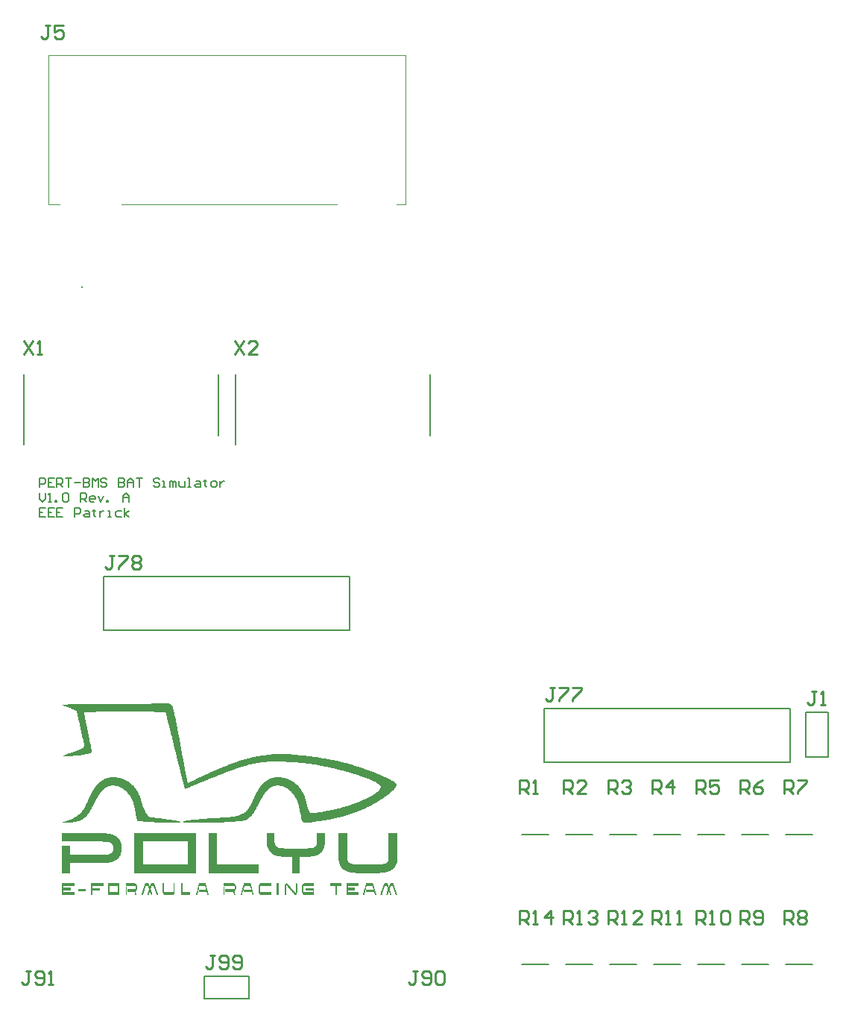
<source format=gto>
G04*
G04 #@! TF.GenerationSoftware,Altium Limited,Altium Designer,24.1.2 (44)*
G04*
G04 Layer_Color=65535*
%FSLAX25Y25*%
%MOIN*%
G70*
G04*
G04 #@! TF.SameCoordinates,470A4D24-D506-40DE-B28D-38AA9C1F057A*
G04*
G04*
G04 #@! TF.FilePolarity,Positive*
G04*
G01*
G75*
%ADD10C,0.00787*%
%ADD11C,0.00394*%
%ADD12C,0.01000*%
G36*
X71762Y146592D02*
X72598D01*
Y146472D01*
X72956D01*
Y146353D01*
X73195D01*
Y146233D01*
X73315D01*
Y146114D01*
X73554D01*
Y145994D01*
X73673D01*
Y145875D01*
X73792D01*
Y145636D01*
X73912D01*
Y145517D01*
X74031D01*
Y145278D01*
X74151D01*
Y144919D01*
X74270D01*
Y144561D01*
X74390D01*
Y144083D01*
X74509D01*
Y143605D01*
X74629D01*
Y143128D01*
X74748D01*
Y142650D01*
X74867D01*
Y142172D01*
X74987D01*
Y141575D01*
X75106D01*
Y141097D01*
X75226D01*
Y140500D01*
X75345D01*
Y139903D01*
X75465D01*
Y139306D01*
X75584D01*
Y138708D01*
X75704D01*
Y138111D01*
X75823D01*
Y137514D01*
X75942D01*
Y136917D01*
X76062D01*
Y136320D01*
X76181D01*
Y135722D01*
X76301D01*
Y135125D01*
X76420D01*
Y134528D01*
X76540D01*
Y133931D01*
X76659D01*
Y133214D01*
X76779D01*
Y132617D01*
X76898D01*
Y132020D01*
X77017D01*
Y131303D01*
X77137D01*
Y130706D01*
X77256D01*
Y129989D01*
X77376D01*
Y129392D01*
X77495D01*
Y128795D01*
X77614D01*
Y128078D01*
X77734D01*
Y127481D01*
X77853D01*
Y126764D01*
X77973D01*
Y126167D01*
X78092D01*
Y125451D01*
X78212D01*
Y124853D01*
X78331D01*
Y124137D01*
X78451D01*
Y123539D01*
X78570D01*
Y122823D01*
X78689D01*
Y122226D01*
X78809D01*
Y121628D01*
X78928D01*
Y120912D01*
X79048D01*
Y120315D01*
X79167D01*
Y119598D01*
X79287D01*
Y119001D01*
X79406D01*
Y118403D01*
X79526D01*
Y117687D01*
X79645D01*
Y117090D01*
X79764D01*
Y116492D01*
X79884D01*
Y115895D01*
X80003D01*
Y115298D01*
X80123D01*
Y114701D01*
X80242D01*
Y114104D01*
X80362D01*
Y113506D01*
X80481D01*
Y112909D01*
X80601D01*
Y112312D01*
X80720D01*
Y111834D01*
X80839D01*
Y111356D01*
X80959D01*
Y110998D01*
X81198D01*
Y111118D01*
X81317D01*
Y111237D01*
X81556D01*
Y111356D01*
X81795D01*
Y111476D01*
X82034D01*
Y111595D01*
X82273D01*
Y111715D01*
X82512D01*
Y111834D01*
X82750D01*
Y111954D01*
X82989D01*
Y112073D01*
X83228D01*
Y112193D01*
X83467D01*
Y112312D01*
X83706D01*
Y112432D01*
X83945D01*
Y112551D01*
X84184D01*
Y112670D01*
X84423D01*
Y112790D01*
X84662D01*
Y112909D01*
X84900D01*
Y113029D01*
X85139D01*
Y113148D01*
X85378D01*
Y113268D01*
X85617D01*
Y113387D01*
X85856D01*
Y113506D01*
X86095D01*
Y113626D01*
X86453D01*
Y113745D01*
X86692D01*
Y113865D01*
X86931D01*
Y113984D01*
X87170D01*
Y114104D01*
X87409D01*
Y114223D01*
X87648D01*
Y114343D01*
X87887D01*
Y114462D01*
X88125D01*
Y114581D01*
X88484D01*
Y114701D01*
X88722D01*
Y114820D01*
X88961D01*
Y114940D01*
X89200D01*
Y115059D01*
X89439D01*
Y115179D01*
X89798D01*
Y115298D01*
X90036D01*
Y115418D01*
X90275D01*
Y115537D01*
X90514D01*
Y115656D01*
X90873D01*
Y115776D01*
X91111D01*
Y115895D01*
X91350D01*
Y116015D01*
X91589D01*
Y116134D01*
X91947D01*
Y116254D01*
X92186D01*
Y116373D01*
X92425D01*
Y116492D01*
X92783D01*
Y116612D01*
X93022D01*
Y116731D01*
X93261D01*
Y116851D01*
X93620D01*
Y116970D01*
X93858D01*
Y117090D01*
X94097D01*
Y117209D01*
X94456D01*
Y117329D01*
X94695D01*
Y117448D01*
X94933D01*
Y117568D01*
X95292D01*
Y117687D01*
X95531D01*
Y117806D01*
X95889D01*
Y117926D01*
X96128D01*
Y118045D01*
X96367D01*
Y118165D01*
X96725D01*
Y118284D01*
X96964D01*
Y118403D01*
X97322D01*
Y118523D01*
X97561D01*
Y118642D01*
X97919D01*
Y118762D01*
X98158D01*
Y118881D01*
X98517D01*
Y119001D01*
X98756D01*
Y119120D01*
X99114D01*
Y119240D01*
X99353D01*
Y119359D01*
X99711D01*
Y119478D01*
X99950D01*
Y119598D01*
X100308D01*
Y119717D01*
X100667D01*
Y119837D01*
X100906D01*
Y119956D01*
X101264D01*
Y120076D01*
X101622D01*
Y120195D01*
X101861D01*
Y120315D01*
X102219D01*
Y120434D01*
X102578D01*
Y120554D01*
X102816D01*
Y120673D01*
X103175D01*
Y120792D01*
X103533D01*
Y120912D01*
X103892D01*
Y121031D01*
X104250D01*
Y121151D01*
X104728D01*
Y121270D01*
X105086D01*
Y121390D01*
X105444D01*
Y121509D01*
X105922D01*
Y121628D01*
X106280D01*
Y121748D01*
X106758D01*
Y121867D01*
X107236D01*
Y121987D01*
X107714D01*
Y122106D01*
X108191D01*
Y122226D01*
X108669D01*
Y122345D01*
X109147D01*
Y122465D01*
X109744D01*
Y122584D01*
X110222D01*
Y122703D01*
X110819D01*
Y122823D01*
X111416D01*
Y122942D01*
X112013D01*
Y123062D01*
X112730D01*
Y123181D01*
X113447D01*
Y123301D01*
X114163D01*
Y123420D01*
X114999D01*
Y123539D01*
X115955D01*
Y123659D01*
X116911D01*
Y123778D01*
X118224D01*
Y123898D01*
X119897D01*
Y124017D01*
X125152D01*
Y123898D01*
X127421D01*
Y123778D01*
X128974D01*
Y123659D01*
X130407D01*
Y123539D01*
X131721D01*
Y123420D01*
X132796D01*
Y123301D01*
X133871D01*
Y123181D01*
X134946D01*
Y123062D01*
X135782D01*
Y122942D01*
X136738D01*
Y122823D01*
X137574D01*
Y122703D01*
X138410D01*
Y122584D01*
X139246D01*
Y122465D01*
X139963D01*
Y122345D01*
X140679D01*
Y122226D01*
X141396D01*
Y122106D01*
X142113D01*
Y121987D01*
X142829D01*
Y121867D01*
X143426D01*
Y121748D01*
X144143D01*
Y121628D01*
X144740D01*
Y121509D01*
X145337D01*
Y121390D01*
X145935D01*
Y121270D01*
X146532D01*
Y121151D01*
X147129D01*
Y121031D01*
X147607D01*
Y120912D01*
X148204D01*
Y120792D01*
X148682D01*
Y120673D01*
X149279D01*
Y120554D01*
X149757D01*
Y120434D01*
X150234D01*
Y120315D01*
X150712D01*
Y120195D01*
X151190D01*
Y120076D01*
X151668D01*
Y119956D01*
X152146D01*
Y119837D01*
X152504D01*
Y119717D01*
X152982D01*
Y119598D01*
X153340D01*
Y119478D01*
X153818D01*
Y119359D01*
X154176D01*
Y119240D01*
X154534D01*
Y119120D01*
X155012D01*
Y119001D01*
X155370D01*
Y118881D01*
X155729D01*
Y118762D01*
X156087D01*
Y118642D01*
X156445D01*
Y118523D01*
X156923D01*
Y118403D01*
X157281D01*
Y118284D01*
X157640D01*
Y118165D01*
X157998D01*
Y118045D01*
X158356D01*
Y117926D01*
X158715D01*
Y117806D01*
X159073D01*
Y117687D01*
X159312D01*
Y117568D01*
X159670D01*
Y117448D01*
X160029D01*
Y117329D01*
X160387D01*
Y117209D01*
X160745D01*
Y117090D01*
X161104D01*
Y116970D01*
X161343D01*
Y116851D01*
X161701D01*
Y116731D01*
X162059D01*
Y116612D01*
X162298D01*
Y116492D01*
X162656D01*
Y116373D01*
X163015D01*
Y116254D01*
X163253D01*
Y116134D01*
X163612D01*
Y116015D01*
X163970D01*
Y115895D01*
X164209D01*
Y115776D01*
X164567D01*
Y115656D01*
X164806D01*
Y115537D01*
X165165D01*
Y115418D01*
X165403D01*
Y115298D01*
X165762D01*
Y115179D01*
X166001D01*
Y115059D01*
X166359D01*
Y114940D01*
X166598D01*
Y114820D01*
X166837D01*
Y114701D01*
X167195D01*
Y114581D01*
X167434D01*
Y114462D01*
X167673D01*
Y114343D01*
X168031D01*
Y114223D01*
X168270D01*
Y114104D01*
X168509D01*
Y113984D01*
X168748D01*
Y113865D01*
X169106D01*
Y113745D01*
X169345D01*
Y113626D01*
X169584D01*
Y113506D01*
X169823D01*
Y113387D01*
X170062D01*
Y113268D01*
X170300D01*
Y113148D01*
X170539D01*
Y113029D01*
X170778D01*
Y112909D01*
X171017D01*
Y112790D01*
X171256D01*
Y112670D01*
X171495D01*
Y112551D01*
X171734D01*
Y112432D01*
X171973D01*
Y112312D01*
X172092D01*
Y112193D01*
X172331D01*
Y112073D01*
X172570D01*
Y111954D01*
X172809D01*
Y111834D01*
X172928D01*
Y111715D01*
X173167D01*
Y111595D01*
X173287D01*
Y111476D01*
X173525D01*
Y111356D01*
X173645D01*
Y111237D01*
X173764D01*
Y111118D01*
X173884D01*
Y110998D01*
X174003D01*
Y110879D01*
X174123D01*
Y110759D01*
X174242D01*
Y110640D01*
X174362D01*
Y109804D01*
X174242D01*
Y109565D01*
X174123D01*
Y109326D01*
X174003D01*
Y109207D01*
X173884D01*
Y108968D01*
X173764D01*
Y108848D01*
X173645D01*
Y108729D01*
X173525D01*
Y108609D01*
X173406D01*
Y108490D01*
X173287D01*
Y108370D01*
X173167D01*
Y108132D01*
X173048D01*
Y108012D01*
X172928D01*
Y107893D01*
X172809D01*
Y107773D01*
X172570D01*
Y107654D01*
X172450D01*
Y107534D01*
X172331D01*
Y107415D01*
X172212D01*
Y107296D01*
X172092D01*
Y107176D01*
X171973D01*
Y107057D01*
X171853D01*
Y106937D01*
X171734D01*
Y106818D01*
X171495D01*
Y106698D01*
X171376D01*
Y106579D01*
X171256D01*
Y106459D01*
X171137D01*
Y106340D01*
X170898D01*
Y106221D01*
X170778D01*
Y106101D01*
X170659D01*
Y105982D01*
X170539D01*
Y105862D01*
X170300D01*
Y105743D01*
X170181D01*
Y105623D01*
X170062D01*
Y105504D01*
X169823D01*
Y105385D01*
X169703D01*
Y105265D01*
X169465D01*
Y105146D01*
X169345D01*
Y105026D01*
X169226D01*
Y104907D01*
X168987D01*
Y104787D01*
X168867D01*
Y104668D01*
X168628D01*
Y104548D01*
X168509D01*
Y104429D01*
X168270D01*
Y104309D01*
X168151D01*
Y104190D01*
X167912D01*
Y104071D01*
X167792D01*
Y103951D01*
X167553D01*
Y103832D01*
X167434D01*
Y103712D01*
X167195D01*
Y103593D01*
X167076D01*
Y103473D01*
X166837D01*
Y103354D01*
X166717D01*
Y103235D01*
X166478D01*
Y103115D01*
X166240D01*
Y102996D01*
X166120D01*
Y102876D01*
X165881D01*
Y102757D01*
X165642D01*
Y102637D01*
X165523D01*
Y102518D01*
X165284D01*
Y102399D01*
X165045D01*
Y102279D01*
X164926D01*
Y102160D01*
X164687D01*
Y102040D01*
X164448D01*
Y101921D01*
X164329D01*
Y101801D01*
X164090D01*
Y101682D01*
X163851D01*
Y101562D01*
X163612D01*
Y101443D01*
X163373D01*
Y101323D01*
X163253D01*
Y101204D01*
X163015D01*
Y101085D01*
X162776D01*
Y100965D01*
X162537D01*
Y100846D01*
X162298D01*
Y100726D01*
X162059D01*
Y100607D01*
X161820D01*
Y100487D01*
X161581D01*
Y100368D01*
X161343D01*
Y100249D01*
X161104D01*
Y100129D01*
X160865D01*
Y100010D01*
X160626D01*
Y99890D01*
X160387D01*
Y99771D01*
X160148D01*
Y99651D01*
X159909D01*
Y99532D01*
X159670D01*
Y99413D01*
X159312D01*
Y99293D01*
X159073D01*
Y99174D01*
X158834D01*
Y99054D01*
X158476D01*
Y98935D01*
X158237D01*
Y98815D01*
X157879D01*
Y98696D01*
X157640D01*
Y98576D01*
X157281D01*
Y98457D01*
X157043D01*
Y98338D01*
X156684D01*
Y98218D01*
X156445D01*
Y98099D01*
X156087D01*
Y97979D01*
X155729D01*
Y97860D01*
X155370D01*
Y97740D01*
X155132D01*
Y97621D01*
X154773D01*
Y97501D01*
X154415D01*
Y97382D01*
X154057D01*
Y97263D01*
X153698D01*
Y97143D01*
X153340D01*
Y97024D01*
X152862D01*
Y96904D01*
X152504D01*
Y96785D01*
X152146D01*
Y96665D01*
X151787D01*
Y96546D01*
X151310D01*
Y96426D01*
X150951D01*
Y96307D01*
X150473D01*
Y96188D01*
X150115D01*
Y96068D01*
X149637D01*
Y95949D01*
X149160D01*
Y95829D01*
X148682D01*
Y95710D01*
X148324D01*
Y95590D01*
X147726D01*
Y95471D01*
X147248D01*
Y95351D01*
X146771D01*
Y95232D01*
X146293D01*
Y95113D01*
X145696D01*
Y94993D01*
X145099D01*
Y94874D01*
X144501D01*
Y94754D01*
X143785D01*
Y94635D01*
X143068D01*
Y94515D01*
X142351D01*
Y94396D01*
X141515D01*
Y94276D01*
X140799D01*
Y94157D01*
X139963D01*
Y94038D01*
X139246D01*
Y93918D01*
X138410D01*
Y93799D01*
X137574D01*
Y93679D01*
X136499D01*
Y93560D01*
X135304D01*
Y93440D01*
X133154D01*
Y93560D01*
X132677D01*
Y93679D01*
X132318D01*
Y93799D01*
X132199D01*
Y93918D01*
X132080D01*
Y94038D01*
X131960D01*
Y94276D01*
X131841D01*
Y94874D01*
X131721D01*
Y95351D01*
Y95471D01*
X131602D01*
Y96188D01*
X131482D01*
Y96904D01*
X131363D01*
Y97501D01*
X131243D01*
Y98218D01*
X131124D01*
Y98815D01*
X131005D01*
Y99293D01*
X130885D01*
Y99890D01*
X130766D01*
Y100368D01*
X130646D01*
Y100846D01*
X130527D01*
Y101323D01*
X130407D01*
Y101801D01*
X130288D01*
Y102160D01*
X130168D01*
Y102518D01*
X130049D01*
Y102876D01*
X129930D01*
Y103115D01*
X129810D01*
Y103354D01*
X129691D01*
Y103593D01*
X129571D01*
Y103951D01*
X129452D01*
Y104071D01*
X129332D01*
Y104309D01*
X129213D01*
Y104548D01*
X129094D01*
Y104787D01*
X128974D01*
Y105026D01*
X128855D01*
Y105146D01*
X128735D01*
Y105385D01*
X128616D01*
Y105504D01*
X128496D01*
Y105743D01*
X128377D01*
Y105862D01*
X128257D01*
Y105982D01*
X128138D01*
Y106221D01*
X128018D01*
Y106340D01*
X127899D01*
Y106459D01*
X127780D01*
Y106579D01*
X127660D01*
Y106698D01*
X127541D01*
Y106818D01*
X127421D01*
Y107057D01*
X127302D01*
Y107176D01*
X127182D01*
Y107296D01*
X127063D01*
Y107415D01*
X126824D01*
Y107534D01*
X126705D01*
Y107654D01*
X126585D01*
Y107773D01*
X126466D01*
Y107893D01*
X126346D01*
Y108012D01*
X126227D01*
Y108132D01*
X125988D01*
Y108251D01*
X125869D01*
Y108370D01*
X125630D01*
Y108490D01*
X125510D01*
Y108609D01*
X125271D01*
Y108729D01*
X125152D01*
Y108848D01*
X124913D01*
Y108968D01*
X124674D01*
Y109087D01*
X124435D01*
Y109207D01*
X124196D01*
Y109326D01*
X123958D01*
Y109446D01*
X123599D01*
Y109565D01*
X123241D01*
Y109684D01*
X122763D01*
Y109804D01*
X122046D01*
Y109923D01*
X120255D01*
Y109804D01*
X119658D01*
Y109684D01*
X119180D01*
Y109565D01*
X118941D01*
Y109446D01*
X118583D01*
Y109326D01*
X118344D01*
Y109207D01*
X118105D01*
Y109087D01*
X117985D01*
Y108968D01*
X117747D01*
Y108848D01*
X117627D01*
Y108729D01*
X117388D01*
Y108609D01*
X117269D01*
Y108490D01*
X117149D01*
Y108370D01*
X117030D01*
Y108251D01*
X116791D01*
Y108132D01*
X116672D01*
Y108012D01*
X116552D01*
Y107893D01*
X116433D01*
Y107773D01*
X116313D01*
Y107654D01*
X116194D01*
Y107534D01*
X116075D01*
Y107296D01*
X115955D01*
Y107176D01*
X115836D01*
Y107057D01*
X115716D01*
Y106937D01*
X115597D01*
Y106698D01*
X115477D01*
Y106579D01*
X115358D01*
Y106459D01*
X115238D01*
Y106221D01*
X115119D01*
Y106101D01*
X114999D01*
Y105862D01*
X114880D01*
Y105743D01*
X114761D01*
Y105504D01*
X114641D01*
Y105385D01*
X114522D01*
Y105146D01*
X114402D01*
Y104907D01*
X114283D01*
Y104787D01*
X114163D01*
Y104548D01*
X114044D01*
Y104309D01*
X113925D01*
Y104071D01*
X113805D01*
Y103951D01*
X113686D01*
Y103712D01*
X113566D01*
Y103473D01*
X113447D01*
Y103235D01*
X113327D01*
Y102996D01*
X113208D01*
Y102757D01*
X113088D01*
Y102518D01*
X112969D01*
Y102279D01*
X112849D01*
Y102040D01*
X112730D01*
Y101801D01*
X112611D01*
Y101682D01*
X112491D01*
Y101443D01*
X112372D01*
Y101204D01*
X112252D01*
Y100965D01*
X112133D01*
Y100726D01*
X112013D01*
Y100487D01*
X111894D01*
Y100249D01*
X111775D01*
Y100010D01*
X111655D01*
Y99771D01*
X111536D01*
Y99532D01*
X111416D01*
Y99413D01*
X111297D01*
Y99174D01*
X111177D01*
Y98935D01*
X111058D01*
Y98696D01*
X110939D01*
Y98576D01*
X110819D01*
Y98338D01*
X110700D01*
Y98099D01*
X110580D01*
Y97979D01*
X110461D01*
Y97740D01*
X110341D01*
Y97621D01*
X110222D01*
Y97382D01*
X110102D01*
Y97263D01*
X109983D01*
Y97143D01*
X109863D01*
Y96904D01*
X109744D01*
Y96785D01*
X109625D01*
Y96665D01*
X109505D01*
Y96546D01*
X109386D01*
Y96426D01*
X109266D01*
Y96307D01*
X109147D01*
Y96188D01*
X109027D01*
Y96068D01*
X108908D01*
Y95949D01*
X108789D01*
Y95829D01*
X108669D01*
Y95710D01*
X108550D01*
Y95590D01*
X108430D01*
Y95471D01*
X108311D01*
Y95351D01*
X108191D01*
Y95232D01*
X107952D01*
Y95113D01*
X107833D01*
Y94993D01*
X107594D01*
Y94874D01*
X107475D01*
Y94754D01*
X107236D01*
Y94635D01*
X107116D01*
Y94515D01*
X106758D01*
Y94396D01*
X106280D01*
Y94276D01*
X105683D01*
Y94157D01*
X104847D01*
Y94038D01*
X103772D01*
Y93918D01*
X102339D01*
Y93799D01*
X100308D01*
Y93679D01*
X97442D01*
Y93560D01*
X92306D01*
Y93440D01*
X78809D01*
Y93679D01*
X78928D01*
Y93799D01*
X79048D01*
Y93918D01*
X79287D01*
Y94038D01*
X79645D01*
Y94157D01*
X80003D01*
Y94276D01*
X80601D01*
Y94396D01*
X81317D01*
Y94515D01*
X82153D01*
Y94635D01*
X83228D01*
Y94754D01*
X84423D01*
Y94874D01*
X85975D01*
Y94993D01*
X87648D01*
Y95113D01*
X89559D01*
Y95232D01*
X91470D01*
Y95351D01*
X93500D01*
Y95471D01*
X95411D01*
Y95590D01*
X97203D01*
Y95710D01*
X98636D01*
Y95829D01*
X99950D01*
Y95949D01*
X101025D01*
Y96068D01*
X101742D01*
Y96188D01*
X102339D01*
Y96307D01*
X102936D01*
Y96426D01*
X103294D01*
Y96546D01*
X103653D01*
Y96665D01*
X104011D01*
Y96785D01*
X104369D01*
Y96904D01*
X104608D01*
Y97024D01*
X104847D01*
Y97143D01*
X105086D01*
Y97263D01*
X105325D01*
Y97382D01*
X105564D01*
Y97501D01*
X105803D01*
Y97621D01*
X106041D01*
Y97740D01*
X106161D01*
Y97860D01*
X106400D01*
Y97979D01*
X106519D01*
Y98099D01*
X106639D01*
Y98218D01*
X106878D01*
Y98338D01*
X106997D01*
Y98457D01*
X107116D01*
Y98576D01*
X107236D01*
Y98696D01*
X107355D01*
Y98815D01*
X107475D01*
Y98935D01*
X107594D01*
Y99054D01*
X107714D01*
Y99293D01*
X107833D01*
Y99413D01*
X107952D01*
Y99532D01*
X108072D01*
Y99651D01*
X108191D01*
Y99890D01*
X108311D01*
Y100010D01*
X108430D01*
Y100249D01*
X108550D01*
Y100487D01*
X108669D01*
Y100607D01*
X108789D01*
Y100846D01*
X108908D01*
Y101085D01*
X109027D01*
Y101323D01*
X109147D01*
Y101562D01*
X109266D01*
Y101801D01*
X109386D01*
Y102040D01*
X109505D01*
Y102279D01*
X109625D01*
Y102518D01*
X109744D01*
Y102757D01*
X109863D01*
Y102996D01*
X109983D01*
Y103235D01*
X110102D01*
Y103593D01*
X110222D01*
Y103832D01*
X110341D01*
Y104071D01*
X110461D01*
Y104309D01*
X110580D01*
Y104668D01*
X110700D01*
Y104907D01*
X110819D01*
Y105146D01*
X110939D01*
Y105504D01*
X111058D01*
Y105743D01*
X111177D01*
Y105982D01*
X111297D01*
Y106221D01*
X111416D01*
Y106459D01*
X111536D01*
Y106698D01*
X111655D01*
Y106937D01*
X111775D01*
Y107176D01*
X111894D01*
Y107415D01*
X112013D01*
Y107534D01*
X112133D01*
Y107773D01*
X112252D01*
Y108012D01*
X112372D01*
Y108132D01*
X112491D01*
Y108370D01*
X112611D01*
Y108490D01*
X112730D01*
Y108729D01*
X112849D01*
Y108848D01*
X112969D01*
Y108968D01*
X113088D01*
Y109207D01*
X113208D01*
Y109326D01*
X113327D01*
Y109446D01*
X113447D01*
Y109565D01*
X113566D01*
Y109804D01*
X113686D01*
Y109923D01*
X113805D01*
Y110043D01*
X113925D01*
Y110162D01*
X114044D01*
Y110282D01*
X114163D01*
Y110401D01*
X114283D01*
Y110521D01*
X114402D01*
Y110640D01*
X114522D01*
Y110759D01*
X114641D01*
Y110879D01*
X114761D01*
Y110998D01*
X114880D01*
Y111118D01*
X114999D01*
Y111237D01*
X115119D01*
Y111356D01*
X115238D01*
Y111476D01*
X115358D01*
Y111595D01*
X115597D01*
Y111715D01*
X115716D01*
Y111834D01*
X115836D01*
Y111954D01*
X115955D01*
Y112073D01*
X116194D01*
Y112193D01*
X116313D01*
Y112312D01*
X116552D01*
Y112432D01*
X116791D01*
Y112551D01*
X116911D01*
Y112670D01*
X117149D01*
Y112790D01*
X117388D01*
Y112909D01*
X117627D01*
Y113029D01*
X117985D01*
Y113148D01*
X118224D01*
Y113268D01*
X118583D01*
Y113387D01*
X119061D01*
Y113506D01*
X119538D01*
Y113626D01*
X120494D01*
Y113745D01*
X121927D01*
Y113626D01*
X123002D01*
Y113506D01*
X123719D01*
Y113387D01*
X124196D01*
Y113268D01*
X124674D01*
Y113148D01*
X125032D01*
Y113029D01*
X125391D01*
Y112909D01*
X125749D01*
Y112790D01*
X125988D01*
Y112670D01*
X126227D01*
Y112551D01*
X126585D01*
Y112432D01*
X126824D01*
Y112312D01*
X127063D01*
Y112193D01*
X127182D01*
Y112073D01*
X127421D01*
Y111954D01*
X127660D01*
Y111834D01*
X127780D01*
Y111715D01*
X128018D01*
Y111595D01*
X128138D01*
Y111476D01*
X128377D01*
Y111356D01*
X128496D01*
Y111237D01*
X128616D01*
Y111118D01*
X128855D01*
Y110998D01*
X128974D01*
Y110879D01*
X129094D01*
Y110759D01*
X129213D01*
Y110640D01*
X129452D01*
Y110521D01*
X129571D01*
Y110401D01*
X129691D01*
Y110282D01*
X129810D01*
Y110162D01*
X129930D01*
Y110043D01*
X130049D01*
Y109923D01*
X130168D01*
Y109804D01*
X130288D01*
Y109684D01*
X130407D01*
Y109565D01*
X130527D01*
Y109326D01*
X130646D01*
Y109207D01*
X130766D01*
Y109087D01*
X130885D01*
Y108968D01*
X131005D01*
Y108848D01*
X131124D01*
Y108609D01*
X131243D01*
Y108490D01*
X131363D01*
Y108370D01*
X131482D01*
Y108132D01*
X131602D01*
Y108012D01*
X131721D01*
Y107773D01*
X131841D01*
Y107654D01*
X131960D01*
Y107415D01*
X132080D01*
Y107176D01*
X132199D01*
Y107057D01*
X132318D01*
Y106818D01*
X132438D01*
Y106579D01*
X132557D01*
Y106340D01*
X132677D01*
Y106101D01*
X132796D01*
Y105743D01*
X132916D01*
Y105504D01*
X133035D01*
Y105265D01*
X133154D01*
Y104907D01*
X133274D01*
Y104548D01*
X133393D01*
Y104190D01*
X133513D01*
Y103832D01*
X133632D01*
Y103473D01*
X133752D01*
Y102996D01*
X133871D01*
Y102518D01*
X133991D01*
Y102040D01*
X134110D01*
Y101562D01*
X134229D01*
Y100965D01*
X134349D01*
Y100487D01*
X134468D01*
Y100129D01*
X134588D01*
Y99651D01*
X134707D01*
Y99413D01*
X134827D01*
Y99054D01*
X134946D01*
Y98815D01*
X135065D01*
Y98576D01*
X135185D01*
Y98457D01*
X135304D01*
Y98218D01*
X135424D01*
Y98099D01*
X135543D01*
Y97979D01*
X135782D01*
Y97860D01*
X136021D01*
Y97740D01*
X137932D01*
Y97860D01*
X139007D01*
Y97979D01*
X139843D01*
Y98099D01*
X140560D01*
Y98218D01*
X141276D01*
Y98338D01*
X141993D01*
Y98457D01*
X142710D01*
Y98576D01*
X143307D01*
Y98696D01*
X143904D01*
Y98815D01*
X144501D01*
Y98935D01*
X145099D01*
Y99054D01*
X145576D01*
Y99174D01*
X146174D01*
Y99293D01*
X146651D01*
Y99413D01*
X147248D01*
Y99532D01*
X147726D01*
Y99651D01*
X148204D01*
Y99771D01*
X148682D01*
Y99890D01*
X149160D01*
Y100010D01*
X149637D01*
Y100129D01*
X150115D01*
Y100249D01*
X150593D01*
Y100368D01*
X151071D01*
Y100487D01*
X151429D01*
Y100607D01*
X151787D01*
Y100726D01*
X152265D01*
Y100846D01*
X152623D01*
Y100965D01*
X152982D01*
Y101085D01*
X153340D01*
Y101204D01*
X153698D01*
Y101323D01*
X154057D01*
Y101443D01*
X154296D01*
Y101562D01*
X154654D01*
Y101682D01*
X155012D01*
Y101801D01*
X155370D01*
Y101921D01*
X155609D01*
Y102040D01*
X155968D01*
Y102160D01*
X156207D01*
Y102279D01*
X156565D01*
Y102399D01*
X156923D01*
Y102518D01*
X157162D01*
Y102637D01*
X157401D01*
Y102757D01*
X157759D01*
Y102876D01*
X157998D01*
Y102996D01*
X158356D01*
Y103115D01*
X158595D01*
Y103235D01*
X158834D01*
Y103354D01*
X159193D01*
Y103473D01*
X159431D01*
Y103593D01*
X159670D01*
Y103712D01*
X159909D01*
Y103832D01*
X160267D01*
Y103951D01*
X160506D01*
Y104071D01*
X160745D01*
Y104190D01*
X160984D01*
Y104309D01*
X161223D01*
Y104429D01*
X161462D01*
Y104548D01*
X161701D01*
Y104668D01*
X161940D01*
Y104787D01*
X162179D01*
Y104907D01*
X162417D01*
Y105026D01*
X162656D01*
Y105146D01*
X162895D01*
Y105265D01*
X163015D01*
Y105385D01*
X163253D01*
Y105504D01*
X163492D01*
Y105623D01*
X163731D01*
Y105743D01*
X163851D01*
Y105862D01*
X164090D01*
Y105982D01*
X164209D01*
Y106101D01*
X164448D01*
Y106221D01*
X164567D01*
Y106340D01*
X164806D01*
Y106459D01*
X164926D01*
Y106579D01*
X165165D01*
Y106698D01*
X165284D01*
Y106818D01*
X165403D01*
Y106937D01*
X165642D01*
Y107057D01*
X165762D01*
Y107176D01*
X165881D01*
Y107296D01*
X166001D01*
Y107415D01*
X166120D01*
Y107534D01*
X166240D01*
Y107654D01*
X166359D01*
Y107773D01*
X166478D01*
Y107893D01*
X166598D01*
Y108012D01*
X166717D01*
Y108251D01*
X166837D01*
Y108370D01*
X166956D01*
Y108609D01*
X167076D01*
Y108968D01*
X167195D01*
Y109565D01*
X167076D01*
Y109804D01*
X166956D01*
Y110043D01*
X166837D01*
Y110162D01*
X166717D01*
Y110282D01*
X166598D01*
Y110401D01*
X166478D01*
Y110521D01*
X166359D01*
Y110640D01*
X166120D01*
Y110759D01*
X166001D01*
Y110879D01*
X165762D01*
Y110998D01*
X165642D01*
Y111118D01*
X165403D01*
Y111237D01*
X165165D01*
Y111356D01*
X165045D01*
Y111476D01*
X164806D01*
Y111595D01*
X164567D01*
Y111715D01*
X164329D01*
Y111834D01*
X164090D01*
Y111954D01*
X163851D01*
Y112073D01*
X163612D01*
Y112193D01*
X163373D01*
Y112312D01*
X163015D01*
Y112432D01*
X162776D01*
Y112551D01*
X162537D01*
Y112670D01*
X162179D01*
Y112790D01*
X161940D01*
Y112909D01*
X161581D01*
Y113029D01*
X161343D01*
Y113148D01*
X160984D01*
Y113268D01*
X160745D01*
Y113387D01*
X160387D01*
Y113506D01*
X160029D01*
Y113626D01*
X159790D01*
Y113745D01*
X159431D01*
Y113865D01*
X159073D01*
Y113984D01*
X158715D01*
Y114104D01*
X158356D01*
Y114223D01*
X157998D01*
Y114343D01*
X157640D01*
Y114462D01*
X157281D01*
Y114581D01*
X156923D01*
Y114701D01*
X156565D01*
Y114820D01*
X156207D01*
Y114940D01*
X155848D01*
Y115059D01*
X155370D01*
Y115179D01*
X155012D01*
Y115298D01*
X154654D01*
Y115418D01*
X154176D01*
Y115537D01*
X153818D01*
Y115656D01*
X153459D01*
Y115776D01*
X152982D01*
Y115895D01*
X152623D01*
Y116015D01*
X152146D01*
Y116134D01*
X151787D01*
Y116254D01*
X151310D01*
Y116373D01*
X150832D01*
Y116492D01*
X150473D01*
Y116612D01*
X149996D01*
Y116731D01*
X149518D01*
Y116851D01*
X149040D01*
Y116970D01*
X148562D01*
Y117090D01*
X148085D01*
Y117209D01*
X147607D01*
Y117329D01*
X147129D01*
Y117448D01*
X146651D01*
Y117568D01*
X146174D01*
Y117687D01*
X145696D01*
Y117806D01*
X145099D01*
Y117926D01*
X144621D01*
Y118045D01*
X144024D01*
Y118165D01*
X143546D01*
Y118284D01*
X142949D01*
Y118403D01*
X142351D01*
Y118523D01*
X141754D01*
Y118642D01*
X141157D01*
Y118762D01*
X140560D01*
Y118881D01*
X139843D01*
Y119001D01*
X139246D01*
Y119120D01*
X138529D01*
Y119240D01*
X137813D01*
Y119359D01*
X136977D01*
Y119478D01*
X136260D01*
Y119598D01*
X135424D01*
Y119717D01*
X134468D01*
Y119837D01*
X133513D01*
Y119956D01*
X132557D01*
Y120076D01*
X131363D01*
Y120195D01*
X130168D01*
Y120315D01*
X128735D01*
Y120434D01*
X127063D01*
Y120554D01*
X124913D01*
Y120673D01*
X121210D01*
Y120792D01*
X118344D01*
Y120673D01*
X116194D01*
Y120554D01*
X114999D01*
Y120434D01*
X114044D01*
Y120315D01*
X113208D01*
Y120195D01*
X112491D01*
Y120076D01*
X111775D01*
Y119956D01*
X111177D01*
Y119837D01*
X110700D01*
Y119717D01*
X110102D01*
Y119598D01*
X109625D01*
Y119478D01*
X109147D01*
Y119359D01*
X108550D01*
Y119240D01*
X108072D01*
Y119120D01*
X107714D01*
Y119001D01*
X107236D01*
Y118881D01*
X106758D01*
Y118762D01*
X106280D01*
Y118642D01*
X105922D01*
Y118523D01*
X105564D01*
Y118403D01*
X105086D01*
Y118284D01*
X104728D01*
Y118165D01*
X104369D01*
Y118045D01*
X104011D01*
Y117926D01*
X103653D01*
Y117806D01*
X103294D01*
Y117687D01*
X102936D01*
Y117568D01*
X102578D01*
Y117448D01*
X102219D01*
Y117329D01*
X101980D01*
Y117209D01*
X101622D01*
Y117090D01*
X101264D01*
Y116970D01*
X100906D01*
Y116851D01*
X100547D01*
Y116731D01*
X100308D01*
Y116612D01*
X99950D01*
Y116492D01*
X99592D01*
Y116373D01*
X99353D01*
Y116254D01*
X98994D01*
Y116134D01*
X98636D01*
Y116015D01*
X98397D01*
Y115895D01*
X98039D01*
Y115776D01*
X97681D01*
Y115656D01*
X97442D01*
Y115537D01*
X97083D01*
Y115418D01*
X96725D01*
Y115298D01*
X96486D01*
Y115179D01*
X96128D01*
Y115059D01*
X95889D01*
Y114940D01*
X95531D01*
Y114820D01*
X95292D01*
Y114701D01*
X94933D01*
Y114581D01*
X94575D01*
Y114462D01*
X94336D01*
Y114343D01*
X93978D01*
Y114223D01*
X93739D01*
Y114104D01*
X93381D01*
Y113984D01*
X93142D01*
Y113865D01*
X92783D01*
Y113745D01*
X92545D01*
Y113626D01*
X92186D01*
Y113506D01*
X91947D01*
Y113387D01*
X91589D01*
Y113268D01*
X91350D01*
Y113148D01*
X90992D01*
Y113029D01*
X90753D01*
Y112909D01*
X90395D01*
Y112790D01*
X90156D01*
Y112670D01*
X89798D01*
Y112551D01*
X89559D01*
Y112432D01*
X89200D01*
Y112312D01*
X88961D01*
Y112193D01*
X88603D01*
Y112073D01*
X88364D01*
Y111954D01*
X88125D01*
Y111834D01*
X87767D01*
Y111715D01*
X87528D01*
Y111595D01*
X87170D01*
Y111476D01*
X86931D01*
Y111356D01*
X86573D01*
Y111237D01*
X86334D01*
Y111118D01*
X86095D01*
Y110998D01*
X85737D01*
Y110879D01*
X85498D01*
Y110759D01*
X85139D01*
Y110640D01*
X84900D01*
Y110521D01*
X84662D01*
Y110401D01*
X84303D01*
Y110282D01*
X84064D01*
Y110162D01*
X83706D01*
Y110043D01*
X83467D01*
Y109923D01*
X83228D01*
Y109804D01*
X82870D01*
Y109684D01*
X82631D01*
Y109565D01*
X82392D01*
Y109446D01*
X82034D01*
Y109326D01*
X81795D01*
Y109207D01*
X81437D01*
Y109087D01*
X81198D01*
Y108968D01*
X80959D01*
Y108848D01*
X80601D01*
Y108729D01*
X80362D01*
Y108609D01*
X80123D01*
Y108490D01*
X79764D01*
Y108370D01*
X79645D01*
Y108729D01*
X79526D01*
Y109207D01*
X79406D01*
Y109565D01*
X79287D01*
Y110043D01*
X79167D01*
Y110521D01*
X79048D01*
Y110998D01*
X78928D01*
Y111356D01*
X78809D01*
Y111834D01*
X78689D01*
Y112312D01*
X78570D01*
Y112790D01*
X78451D01*
Y113268D01*
X78331D01*
Y113745D01*
X78212D01*
Y114104D01*
X78092D01*
Y114581D01*
X77973D01*
Y115059D01*
X77853D01*
Y115537D01*
X77734D01*
Y116015D01*
X77614D01*
Y116492D01*
X77495D01*
Y116970D01*
X77376D01*
Y117448D01*
X77256D01*
Y117926D01*
X77137D01*
Y118403D01*
X77017D01*
Y118881D01*
X76898D01*
Y119359D01*
X76779D01*
Y119837D01*
X76659D01*
Y120315D01*
X76540D01*
Y120792D01*
X76420D01*
Y121270D01*
X76301D01*
Y121748D01*
X76181D01*
Y122226D01*
X76062D01*
Y122703D01*
X75942D01*
Y123181D01*
X75823D01*
Y123659D01*
X75704D01*
Y124137D01*
X75584D01*
Y124615D01*
X75465D01*
Y125092D01*
X75345D01*
Y125570D01*
X75226D01*
Y126048D01*
X75106D01*
Y126525D01*
X74987D01*
Y127003D01*
X74867D01*
Y127481D01*
X74748D01*
Y127959D01*
X74629D01*
Y128437D01*
X74509D01*
Y128914D01*
X74390D01*
Y129392D01*
X74270D01*
Y129870D01*
X74151D01*
Y130348D01*
X74031D01*
Y130945D01*
X73912D01*
Y131423D01*
X73792D01*
Y131900D01*
X73673D01*
Y132378D01*
X73554D01*
Y132856D01*
X73434D01*
Y133334D01*
X73315D01*
Y133811D01*
X73195D01*
Y134289D01*
X73076D01*
Y134767D01*
X72956D01*
Y135245D01*
X72837D01*
Y135722D01*
X72717D01*
Y136200D01*
X72598D01*
Y136678D01*
X72479D01*
Y137156D01*
X72359D01*
Y137634D01*
X72240D01*
Y138111D01*
X72120D01*
Y138589D01*
X72001D01*
Y139067D01*
X71881D01*
Y139545D01*
X71762D01*
Y140022D01*
X71643D01*
Y140500D01*
X71523D01*
Y140978D01*
X71404D01*
Y141456D01*
X71284D01*
Y141933D01*
X71165D01*
Y142411D01*
X71045D01*
Y142770D01*
X70806D01*
Y142889D01*
X66029D01*
Y143008D01*
X39871D01*
Y142889D01*
X34616D01*
Y142053D01*
X34735D01*
Y141456D01*
X34855D01*
Y140739D01*
X34974D01*
Y140142D01*
X35094D01*
Y139545D01*
X35213D01*
Y138947D01*
X35333D01*
Y138231D01*
X35452D01*
Y137753D01*
X35571D01*
Y137156D01*
X35691D01*
Y136558D01*
X35810D01*
Y135961D01*
X35930D01*
Y135364D01*
X36049D01*
Y134767D01*
X36169D01*
Y134170D01*
X36288D01*
Y133572D01*
X36408D01*
Y132975D01*
X36527D01*
Y132378D01*
X36646D01*
Y131900D01*
X36766D01*
Y131303D01*
X36885D01*
Y130706D01*
X37005D01*
Y130109D01*
X37124D01*
Y129511D01*
X37244D01*
Y128914D01*
X37363D01*
Y128317D01*
X37483D01*
Y127601D01*
X37602D01*
Y127003D01*
X37721D01*
Y126406D01*
X37841D01*
Y125689D01*
X37960D01*
Y124853D01*
X37841D01*
Y124734D01*
X37721D01*
Y124615D01*
X37602D01*
Y124495D01*
X37363D01*
Y124376D01*
X37005D01*
Y124256D01*
X36646D01*
Y124137D01*
X36169D01*
Y124017D01*
X35691D01*
Y123898D01*
X34974D01*
Y123778D01*
X34258D01*
Y123659D01*
X33421D01*
Y123539D01*
X32346D01*
Y123420D01*
X31033D01*
Y123301D01*
X29480D01*
Y123181D01*
X27569D01*
Y123062D01*
X24941D01*
Y123181D01*
X25180D01*
Y123301D01*
X25419D01*
Y123420D01*
X25658D01*
Y123539D01*
X25897D01*
Y123659D01*
X26255D01*
Y123778D01*
X26494D01*
Y123898D01*
X26852D01*
Y124017D01*
X27091D01*
Y124137D01*
X27449D01*
Y124256D01*
X27808D01*
Y124376D01*
X28166D01*
Y124495D01*
X28524D01*
Y124615D01*
X28883D01*
Y124734D01*
X29241D01*
Y124853D01*
X29599D01*
Y124973D01*
X29958D01*
Y125092D01*
X30316D01*
Y125212D01*
X30674D01*
Y125331D01*
X31033D01*
Y125451D01*
X31391D01*
Y125570D01*
X31749D01*
Y125689D01*
X31988D01*
Y125809D01*
X32346D01*
Y125928D01*
X32585D01*
Y126048D01*
X32824D01*
Y126167D01*
X33063D01*
Y126287D01*
X33302D01*
Y126406D01*
X33541D01*
Y126525D01*
X33660D01*
Y126645D01*
X33780D01*
Y126764D01*
X34019D01*
Y126884D01*
X34138D01*
Y127003D01*
X34258D01*
Y127242D01*
X34377D01*
Y127362D01*
X34496D01*
Y127720D01*
X34616D01*
Y128317D01*
X34496D01*
Y128914D01*
X34377D01*
Y129392D01*
X34258D01*
Y129989D01*
X34138D01*
Y130587D01*
X34019D01*
Y131064D01*
X33899D01*
Y131542D01*
X33780D01*
Y132139D01*
X33660D01*
Y132617D01*
X33541D01*
Y133214D01*
X33421D01*
Y133692D01*
X33302D01*
Y134170D01*
X33183D01*
Y134767D01*
X33063D01*
Y135245D01*
X32944D01*
Y135842D01*
X32824D01*
Y136320D01*
X32705D01*
Y136917D01*
X32585D01*
Y137395D01*
X32466D01*
Y137992D01*
X32346D01*
Y138470D01*
X32227D01*
Y139067D01*
X32108D01*
Y139545D01*
X31988D01*
Y140142D01*
X31869D01*
Y140739D01*
X31749D01*
Y141336D01*
X31630D01*
Y141933D01*
X31510D01*
Y142531D01*
X31391D01*
Y143008D01*
X31272D01*
Y143128D01*
X31152D01*
Y143247D01*
X31033D01*
Y143367D01*
X30794D01*
Y143486D01*
X30674D01*
Y143605D01*
X30435D01*
Y143725D01*
X30197D01*
Y143844D01*
X29958D01*
Y143964D01*
X29719D01*
Y144083D01*
X29480D01*
Y144203D01*
X29122D01*
Y144322D01*
X28883D01*
Y144442D01*
X28524D01*
Y144561D01*
X28286D01*
Y144681D01*
X27927D01*
Y144800D01*
X27569D01*
Y144919D01*
X27330D01*
Y145039D01*
X26972D01*
Y145158D01*
X26613D01*
Y145278D01*
X26255D01*
Y145397D01*
X26016D01*
Y145517D01*
X25658D01*
Y145636D01*
X25419D01*
Y145756D01*
X25180D01*
Y145875D01*
X24941D01*
Y145994D01*
X24822D01*
Y146114D01*
X27449D01*
Y146233D01*
X34855D01*
Y146353D01*
X50502D01*
Y146472D01*
X64476D01*
Y146592D01*
X70687D01*
Y146711D01*
X71762D01*
Y146592D01*
D02*
G37*
G36*
X48352Y113626D02*
X49426D01*
Y113506D01*
X50024D01*
Y113387D01*
X50621D01*
Y113268D01*
X50979D01*
Y113148D01*
X51457D01*
Y113029D01*
X51815D01*
Y112909D01*
X52054D01*
Y112790D01*
X52412D01*
Y112670D01*
X52651D01*
Y112551D01*
X52890D01*
Y112432D01*
X53129D01*
Y112312D01*
X53368D01*
Y112193D01*
X53607D01*
Y112073D01*
X53846D01*
Y111954D01*
X53965D01*
Y111834D01*
X54204D01*
Y111715D01*
X54443D01*
Y111595D01*
X54562D01*
Y111476D01*
X54682D01*
Y111356D01*
X54921D01*
Y111237D01*
X55040D01*
Y111118D01*
X55160D01*
Y110998D01*
X55399D01*
Y110879D01*
X55518D01*
Y110759D01*
X55638D01*
Y110640D01*
X55757D01*
Y110521D01*
X55876D01*
Y110401D01*
X55996D01*
Y110282D01*
X56115D01*
Y110162D01*
X56235D01*
Y110043D01*
X56354D01*
Y109923D01*
X56473D01*
Y109804D01*
X56593D01*
Y109684D01*
X56712D01*
Y109565D01*
X56832D01*
Y109446D01*
X56951D01*
Y109326D01*
X57071D01*
Y109207D01*
X57190D01*
Y109087D01*
X57310D01*
Y108848D01*
X57429D01*
Y108729D01*
X57548D01*
Y108609D01*
X57668D01*
Y108370D01*
X57787D01*
Y108251D01*
X57907D01*
Y108012D01*
X58026D01*
Y107893D01*
X58146D01*
Y107654D01*
X58265D01*
Y107534D01*
X58385D01*
Y107296D01*
X58504D01*
Y107057D01*
X58623D01*
Y106818D01*
X58743D01*
Y106579D01*
X58862D01*
Y106340D01*
X58982D01*
Y106101D01*
X59101D01*
Y105862D01*
X59221D01*
Y105623D01*
X59340D01*
Y105265D01*
X59460D01*
Y105026D01*
X59579D01*
Y104668D01*
X59698D01*
Y104309D01*
X59818D01*
Y103951D01*
X59937D01*
Y103473D01*
X60057D01*
Y103115D01*
X60176D01*
Y102637D01*
X60296D01*
Y102279D01*
X60415D01*
Y101921D01*
X60535D01*
Y101443D01*
X60654D01*
Y101204D01*
X60773D01*
Y100846D01*
X60893D01*
Y100487D01*
X61012D01*
Y100129D01*
X61132D01*
Y99890D01*
X61251D01*
Y99651D01*
X61371D01*
Y99293D01*
X61490D01*
Y99054D01*
X61610D01*
Y98815D01*
X61729D01*
Y98576D01*
X61848D01*
Y98338D01*
X61968D01*
Y98099D01*
X62087D01*
Y97860D01*
X62207D01*
Y97740D01*
X62326D01*
Y97501D01*
X62446D01*
Y97382D01*
X62565D01*
Y97143D01*
X62685D01*
Y97024D01*
X62804D01*
Y96904D01*
X62923D01*
Y96665D01*
X63043D01*
Y96546D01*
X63162D01*
Y96426D01*
X63282D01*
Y96307D01*
X63401D01*
Y96188D01*
X63640D01*
Y96068D01*
X63759D01*
Y95949D01*
X63998D01*
Y95829D01*
X64357D01*
Y95710D01*
X65193D01*
Y95590D01*
X66148D01*
Y95471D01*
X67223D01*
Y95351D01*
X68298D01*
Y95232D01*
X69373D01*
Y95113D01*
X70329D01*
Y94993D01*
X71284D01*
Y94874D01*
X72240D01*
Y94754D01*
X73076D01*
Y94635D01*
X73912D01*
Y94515D01*
X74629D01*
Y94396D01*
X75345D01*
Y94276D01*
X75942D01*
Y94157D01*
X76420D01*
Y94038D01*
X76898D01*
Y93918D01*
X77256D01*
Y93799D01*
X77495D01*
Y93679D01*
X77614D01*
Y93560D01*
X77734D01*
Y93440D01*
X72001D01*
Y93560D01*
X65909D01*
Y93679D01*
X62804D01*
Y93799D01*
X60893D01*
Y93918D01*
X59579D01*
Y94038D01*
X58862D01*
Y94157D01*
X58385D01*
Y94276D01*
X58265D01*
Y94396D01*
X58146D01*
Y94993D01*
X58026D01*
Y95710D01*
X57907D01*
Y96307D01*
X57787D01*
Y97024D01*
X57668D01*
Y97740D01*
X57548D01*
Y98338D01*
X57429D01*
Y98935D01*
X57310D01*
Y99532D01*
X57190D01*
Y100010D01*
X57071D01*
Y100487D01*
X56951D01*
Y100965D01*
X56832D01*
Y101443D01*
X56712D01*
Y101921D01*
X56593D01*
Y102279D01*
X56473D01*
Y102637D01*
X56354D01*
Y102876D01*
X56235D01*
Y103235D01*
X56115D01*
Y103473D01*
X55996D01*
Y103712D01*
X55876D01*
Y103951D01*
X55757D01*
Y104190D01*
X55638D01*
Y104429D01*
X55518D01*
Y104668D01*
X55399D01*
Y104787D01*
X55279D01*
Y105026D01*
X55160D01*
Y105265D01*
X55040D01*
Y105385D01*
X54921D01*
Y105623D01*
X54801D01*
Y105743D01*
X54682D01*
Y105862D01*
X54562D01*
Y106101D01*
X54443D01*
Y106221D01*
X54324D01*
Y106340D01*
X54204D01*
Y106459D01*
X54085D01*
Y106579D01*
X53965D01*
Y106818D01*
X53846D01*
Y106937D01*
X53726D01*
Y107057D01*
X53607D01*
Y107176D01*
X53487D01*
Y107296D01*
X53368D01*
Y107415D01*
X53249D01*
Y107534D01*
X53129D01*
Y107654D01*
X52890D01*
Y107773D01*
X52771D01*
Y107893D01*
X52651D01*
Y108012D01*
X52532D01*
Y108132D01*
X52412D01*
Y108251D01*
X52174D01*
Y108370D01*
X52054D01*
Y108490D01*
X51815D01*
Y108609D01*
X51696D01*
Y108729D01*
X51457D01*
Y108848D01*
X51218D01*
Y108968D01*
X50979D01*
Y109087D01*
X50740D01*
Y109207D01*
X50502D01*
Y109326D01*
X50263D01*
Y109446D01*
X49904D01*
Y109565D01*
X49546D01*
Y109684D01*
X49068D01*
Y109804D01*
X48352D01*
Y109923D01*
X46560D01*
Y109804D01*
X45963D01*
Y109684D01*
X45485D01*
Y109565D01*
X45246D01*
Y109446D01*
X45007D01*
Y109326D01*
X44649D01*
Y109207D01*
X44530D01*
Y109087D01*
X44291D01*
Y108968D01*
X44052D01*
Y108848D01*
X43932D01*
Y108729D01*
X43693D01*
Y108609D01*
X43574D01*
Y108490D01*
X43455D01*
Y108370D01*
X43335D01*
Y108251D01*
X43216D01*
Y108132D01*
X43096D01*
Y108012D01*
X42977D01*
Y107893D01*
X42857D01*
Y107773D01*
X42738D01*
Y107654D01*
X42618D01*
Y107534D01*
X42499D01*
Y107415D01*
X42380D01*
Y107296D01*
X42260D01*
Y107176D01*
X42141D01*
Y107057D01*
X42021D01*
Y106818D01*
X41902D01*
Y106698D01*
X41782D01*
Y106579D01*
X41663D01*
Y106340D01*
X41543D01*
Y106221D01*
X41424D01*
Y105982D01*
X41305D01*
Y105862D01*
X41185D01*
Y105623D01*
X41066D01*
Y105504D01*
X40946D01*
Y105265D01*
X40827D01*
Y105146D01*
X40707D01*
Y104907D01*
X40588D01*
Y104668D01*
X40468D01*
Y104548D01*
X40349D01*
Y104309D01*
X40230D01*
Y104071D01*
X40110D01*
Y103832D01*
X39991D01*
Y103593D01*
X39871D01*
Y103354D01*
X39752D01*
Y103235D01*
X39632D01*
Y102996D01*
X39513D01*
Y102757D01*
X39393D01*
Y102518D01*
X39274D01*
Y102279D01*
X39155D01*
Y102040D01*
X39035D01*
Y101801D01*
X38916D01*
Y101562D01*
X38796D01*
Y101323D01*
X38677D01*
Y101085D01*
X38557D01*
Y100846D01*
X38438D01*
Y100607D01*
X38318D01*
Y100487D01*
Y100368D01*
X38199D01*
Y100249D01*
X38080D01*
Y100010D01*
X37960D01*
Y99771D01*
X37841D01*
Y99532D01*
X37721D01*
Y99293D01*
X37602D01*
Y99054D01*
X37483D01*
Y98935D01*
X37363D01*
Y98696D01*
X37244D01*
Y98457D01*
X37124D01*
Y98338D01*
X37005D01*
Y98099D01*
X36885D01*
Y97860D01*
X36766D01*
Y97740D01*
X36646D01*
Y97501D01*
X36527D01*
Y97382D01*
X36408D01*
Y97263D01*
X36288D01*
Y97024D01*
X36169D01*
Y96904D01*
X36049D01*
Y96785D01*
X35930D01*
Y96665D01*
X35810D01*
Y96546D01*
X35691D01*
Y96307D01*
X35571D01*
Y96188D01*
X35452D01*
Y96068D01*
X35333D01*
Y95949D01*
X35213D01*
Y95829D01*
X35094D01*
Y95710D01*
X34855D01*
Y95590D01*
X34735D01*
Y95471D01*
X34616D01*
Y95351D01*
X34496D01*
Y95232D01*
X34377D01*
Y95113D01*
X34138D01*
Y94993D01*
X34019D01*
Y94874D01*
X33780D01*
Y94754D01*
X33660D01*
Y94635D01*
X33421D01*
Y94515D01*
X33183D01*
Y94396D01*
X32824D01*
Y94276D01*
X32585D01*
Y94157D01*
X32108D01*
Y94038D01*
X31749D01*
Y93918D01*
X31152D01*
Y93799D01*
X30435D01*
Y93679D01*
X29480D01*
Y93560D01*
X27808D01*
Y93440D01*
X24941D01*
Y93560D01*
X25061D01*
Y93679D01*
X25538D01*
Y93799D01*
X25897D01*
Y93918D01*
X26255D01*
Y94038D01*
X26733D01*
Y94157D01*
X27091D01*
Y94276D01*
X27449D01*
Y94396D01*
X27688D01*
Y94515D01*
X28047D01*
Y94635D01*
X28405D01*
Y94754D01*
X28644D01*
Y94874D01*
X28883D01*
Y94993D01*
X29241D01*
Y95113D01*
X29480D01*
Y95232D01*
X29719D01*
Y95351D01*
X29838D01*
Y95471D01*
X30077D01*
Y95590D01*
X30316D01*
Y95710D01*
X30555D01*
Y95829D01*
X30674D01*
Y95949D01*
X30913D01*
Y96068D01*
X31033D01*
Y96188D01*
X31272D01*
Y96307D01*
X31391D01*
Y96426D01*
X31630D01*
Y96546D01*
X31749D01*
Y96665D01*
X31869D01*
Y96785D01*
X32108D01*
Y96904D01*
X32227D01*
Y97024D01*
X32346D01*
Y97143D01*
X32466D01*
Y97263D01*
X32705D01*
Y97382D01*
X32824D01*
Y97501D01*
X32944D01*
Y97621D01*
X33063D01*
Y97740D01*
X33183D01*
Y97860D01*
X33302D01*
Y97979D01*
X33421D01*
Y98218D01*
X33541D01*
Y98338D01*
X33660D01*
Y98457D01*
X33780D01*
Y98696D01*
X33899D01*
Y98815D01*
X34019D01*
Y99054D01*
X34138D01*
Y99174D01*
X34258D01*
Y99413D01*
X34377D01*
Y99532D01*
X34496D01*
Y99771D01*
X34616D01*
Y100010D01*
X34735D01*
Y100129D01*
X34855D01*
Y100368D01*
X34974D01*
Y100607D01*
X35094D01*
Y100846D01*
X35213D01*
Y101085D01*
X35333D01*
Y101323D01*
X35452D01*
Y101562D01*
X35571D01*
Y101801D01*
X35691D01*
Y102040D01*
X35810D01*
Y102279D01*
X35930D01*
Y102518D01*
X36049D01*
Y102757D01*
X36169D01*
Y103115D01*
X36288D01*
Y103354D01*
X36408D01*
Y103593D01*
X36527D01*
Y103832D01*
X36646D01*
Y104071D01*
X36766D01*
Y104429D01*
X36885D01*
Y104668D01*
X37005D01*
Y104907D01*
X37124D01*
Y105146D01*
X37244D01*
Y105504D01*
X37363D01*
Y105743D01*
X37483D01*
Y105982D01*
X37602D01*
Y106221D01*
X37721D01*
Y106459D01*
X37841D01*
Y106698D01*
X37960D01*
Y106937D01*
X38080D01*
Y107176D01*
X38199D01*
Y107296D01*
X38318D01*
Y107534D01*
X38438D01*
Y107773D01*
X38557D01*
Y107893D01*
X38677D01*
Y108132D01*
X38796D01*
Y108251D01*
X38916D01*
Y108490D01*
X39035D01*
Y108609D01*
X39155D01*
Y108848D01*
X39274D01*
Y108968D01*
X39393D01*
Y109087D01*
X39513D01*
Y109326D01*
X39632D01*
Y109446D01*
X39752D01*
Y109565D01*
X39871D01*
Y109684D01*
X39991D01*
Y109923D01*
X40110D01*
Y110043D01*
X40230D01*
Y110162D01*
X40349D01*
Y110282D01*
X40468D01*
Y110401D01*
X40588D01*
Y110521D01*
X40707D01*
Y110640D01*
X40827D01*
Y110759D01*
X40946D01*
Y110879D01*
X41066D01*
Y110998D01*
X41185D01*
Y111118D01*
X41305D01*
Y111237D01*
X41424D01*
Y111356D01*
X41543D01*
Y111476D01*
X41782D01*
Y111595D01*
X41902D01*
Y111715D01*
X42021D01*
Y111834D01*
X42141D01*
Y111954D01*
X42380D01*
Y112073D01*
X42499D01*
Y112193D01*
X42738D01*
Y112312D01*
X42857D01*
Y112432D01*
X43096D01*
Y112551D01*
X43335D01*
Y112670D01*
X43455D01*
Y112790D01*
X43693D01*
Y112909D01*
X44052D01*
Y113029D01*
X44291D01*
Y113148D01*
X44649D01*
Y113268D01*
X45007D01*
Y113387D01*
X45366D01*
Y113506D01*
X45843D01*
Y113626D01*
X46799D01*
Y113745D01*
X48352D01*
Y113626D01*
D02*
G37*
G36*
X142351Y84124D02*
X142232D01*
Y83288D01*
X142113D01*
Y82691D01*
X141993D01*
Y82332D01*
X141874D01*
Y81974D01*
X141754D01*
Y81735D01*
X141635D01*
Y81496D01*
X141515D01*
Y81257D01*
X141396D01*
Y81019D01*
X141276D01*
Y80780D01*
X141157D01*
Y80660D01*
X141038D01*
Y80541D01*
X140918D01*
Y80421D01*
X140799D01*
Y80182D01*
X140679D01*
Y80063D01*
X140560D01*
Y79944D01*
X140440D01*
Y79824D01*
X140201D01*
Y79705D01*
X140082D01*
Y79585D01*
X139963D01*
Y79466D01*
X139724D01*
Y79346D01*
X139604D01*
Y79227D01*
X139365D01*
Y79108D01*
X139127D01*
Y78988D01*
X138888D01*
Y78869D01*
X138649D01*
Y78749D01*
X138290D01*
Y78630D01*
X137932D01*
Y78510D01*
X137574D01*
Y78391D01*
X136977D01*
Y78272D01*
X135902D01*
Y78152D01*
X133871D01*
Y78033D01*
X130885D01*
Y70866D01*
X127541D01*
Y78033D01*
X124555D01*
Y78152D01*
X122644D01*
Y78272D01*
X121569D01*
Y78391D01*
X121091D01*
Y78510D01*
X120613D01*
Y78630D01*
X120255D01*
Y78749D01*
X119897D01*
Y78869D01*
X119658D01*
Y78988D01*
X119419D01*
Y79108D01*
X119180D01*
Y79227D01*
X118941D01*
Y79346D01*
X118822D01*
Y79466D01*
X118583D01*
Y79585D01*
X118463D01*
Y79705D01*
X118344D01*
Y79824D01*
X118224D01*
Y79944D01*
X118105D01*
Y80063D01*
X117985D01*
Y80182D01*
X117866D01*
Y80302D01*
X117747D01*
Y80421D01*
X117627D01*
Y80541D01*
X117508D01*
Y80660D01*
X117388D01*
Y80899D01*
X117269D01*
Y81019D01*
X117149D01*
Y81257D01*
X117030D01*
Y81496D01*
X116911D01*
Y81735D01*
X116791D01*
Y82094D01*
X116672D01*
Y82452D01*
X116552D01*
Y82810D01*
X116433D01*
Y83407D01*
X116313D01*
Y84482D01*
X116194D01*
Y88663D01*
X119777D01*
Y84482D01*
X119897D01*
Y83766D01*
X120016D01*
Y83407D01*
X120135D01*
Y83169D01*
X120255D01*
Y82930D01*
X120374D01*
Y82810D01*
X120494D01*
Y82691D01*
X120613D01*
Y82571D01*
X120852D01*
Y82452D01*
X120972D01*
Y82332D01*
X121330D01*
Y82213D01*
X121569D01*
Y82094D01*
X122046D01*
Y81974D01*
X123838D01*
Y81855D01*
X134707D01*
Y81974D01*
X136499D01*
Y82094D01*
X136977D01*
Y82213D01*
X137335D01*
Y82332D01*
X137574D01*
Y82452D01*
X137693D01*
Y82571D01*
X137932D01*
Y82691D01*
X138051D01*
Y82810D01*
X138171D01*
Y82930D01*
X138290D01*
Y83169D01*
X138410D01*
Y83407D01*
X138529D01*
Y83646D01*
X138649D01*
Y84244D01*
X138768D01*
Y88663D01*
X142351D01*
Y84124D01*
D02*
G37*
G36*
X44649Y88543D02*
X45485D01*
Y88424D01*
X46082D01*
Y88305D01*
X46560D01*
Y88185D01*
X46918D01*
Y88066D01*
X47277D01*
Y87946D01*
X47635D01*
Y87827D01*
X47874D01*
Y87707D01*
X48113D01*
Y87588D01*
X48352D01*
Y87468D01*
X48590D01*
Y87349D01*
X48829D01*
Y87230D01*
X48949D01*
Y87110D01*
X49188D01*
Y86991D01*
X49307D01*
Y86871D01*
X49426D01*
Y86752D01*
X49546D01*
Y86632D01*
X49665D01*
Y86513D01*
X49785D01*
Y86393D01*
X49904D01*
Y86274D01*
X50024D01*
Y86155D01*
X50143D01*
Y86035D01*
X50263D01*
Y85796D01*
X50382D01*
Y85677D01*
X50502D01*
Y85438D01*
X50621D01*
Y85318D01*
X50740D01*
Y84960D01*
X50860D01*
Y84721D01*
X50979D01*
Y84363D01*
X51099D01*
Y84005D01*
X51218D01*
Y83407D01*
X51338D01*
Y80541D01*
X51218D01*
Y79944D01*
X51099D01*
Y79466D01*
X50979D01*
Y79108D01*
X50860D01*
Y78869D01*
X50740D01*
Y78630D01*
X50621D01*
Y78391D01*
X50502D01*
Y78272D01*
X50382D01*
Y78033D01*
X50263D01*
Y77913D01*
X50143D01*
Y77794D01*
X50024D01*
Y77555D01*
X49904D01*
Y77435D01*
X49785D01*
Y77316D01*
X49665D01*
Y77197D01*
X49426D01*
Y77077D01*
X49307D01*
Y76958D01*
X49188D01*
Y76838D01*
X49068D01*
Y76719D01*
X48829D01*
Y76599D01*
X48590D01*
Y76480D01*
X48471D01*
Y76360D01*
X48232D01*
Y76241D01*
X47874D01*
Y76121D01*
X47635D01*
Y76002D01*
X47277D01*
Y75883D01*
X46918D01*
Y75763D01*
X46560D01*
Y75644D01*
X46082D01*
Y75524D01*
X45485D01*
Y75405D01*
X44530D01*
Y75285D01*
X28405D01*
Y70866D01*
X24702D01*
Y70986D01*
X24583D01*
Y82930D01*
X28405D01*
Y79108D01*
X44888D01*
Y79227D01*
X45604D01*
Y79346D01*
X45963D01*
Y79466D01*
X46321D01*
Y79585D01*
X46560D01*
Y79705D01*
X46679D01*
Y79824D01*
X46918D01*
Y79944D01*
X47038D01*
Y80063D01*
X47157D01*
Y80302D01*
X47277D01*
Y80541D01*
X47396D01*
Y80780D01*
X47515D01*
Y81496D01*
X47635D01*
Y82213D01*
X47515D01*
Y82930D01*
X47396D01*
Y83288D01*
X47277D01*
Y83407D01*
X47157D01*
Y83646D01*
X47038D01*
Y83766D01*
X46918D01*
Y83885D01*
X46799D01*
Y84005D01*
X46679D01*
Y84124D01*
X46560D01*
Y84244D01*
X46321D01*
Y84363D01*
X46082D01*
Y84482D01*
X45843D01*
Y84602D01*
X45366D01*
Y84721D01*
X44649D01*
Y84841D01*
X43096D01*
Y84960D01*
X24583D01*
Y88663D01*
X44649D01*
Y88543D01*
D02*
G37*
G36*
X174600Y76241D02*
X174481D01*
Y75524D01*
X174362D01*
Y75047D01*
X174242D01*
Y74688D01*
X174123D01*
Y74449D01*
X174003D01*
Y74211D01*
X173884D01*
Y73972D01*
X173764D01*
Y73733D01*
X173645D01*
Y73613D01*
X173525D01*
Y73494D01*
X173406D01*
Y73255D01*
X173287D01*
Y73136D01*
X173167D01*
Y73016D01*
X173048D01*
Y72897D01*
X172928D01*
Y72777D01*
X172809D01*
Y72658D01*
X172570D01*
Y72538D01*
X172450D01*
Y72419D01*
X172331D01*
Y72299D01*
X172092D01*
Y72180D01*
X171853D01*
Y72061D01*
X171734D01*
Y71941D01*
X171495D01*
Y71822D01*
X171137D01*
Y71702D01*
X170898D01*
Y71583D01*
X170539D01*
Y71463D01*
X170062D01*
Y71344D01*
X169584D01*
Y71224D01*
X168987D01*
Y71105D01*
X168151D01*
Y70986D01*
X166837D01*
Y70866D01*
X155848D01*
Y70986D01*
X154654D01*
Y71105D01*
X153818D01*
Y71224D01*
X153220D01*
Y71344D01*
X152743D01*
Y71463D01*
X152384D01*
Y71583D01*
X152026D01*
Y71702D01*
X151787D01*
Y71822D01*
X151548D01*
Y71941D01*
X151310D01*
Y72061D01*
X151071D01*
Y72180D01*
X150832D01*
Y72299D01*
X150712D01*
Y72419D01*
X150473D01*
Y72538D01*
X150354D01*
Y72658D01*
X150234D01*
Y72777D01*
X150115D01*
Y72897D01*
X149996D01*
Y73016D01*
X149876D01*
Y73136D01*
X149757D01*
Y73255D01*
X149637D01*
Y73374D01*
X149518D01*
Y73613D01*
X149398D01*
Y73733D01*
X149279D01*
Y73972D01*
X149160D01*
Y74211D01*
X149040D01*
Y74449D01*
X148921D01*
Y74688D01*
X148801D01*
Y75047D01*
X148682D01*
Y75524D01*
X148562D01*
Y76241D01*
X148443D01*
Y88663D01*
X152265D01*
Y76719D01*
X152384D01*
Y76241D01*
X152504D01*
Y76002D01*
X152623D01*
Y75883D01*
X152743D01*
Y75644D01*
X152862D01*
Y75524D01*
X153101D01*
Y75405D01*
X153220D01*
Y75285D01*
X153459D01*
Y75166D01*
X153818D01*
Y75047D01*
X154176D01*
Y74927D01*
X154654D01*
Y74808D01*
X155729D01*
Y74688D01*
X167076D01*
Y74808D01*
X168151D01*
Y74927D01*
X168748D01*
Y75047D01*
X169106D01*
Y75166D01*
X169465D01*
Y75285D01*
X169703D01*
Y75405D01*
X169823D01*
Y75524D01*
X170062D01*
Y75644D01*
X170181D01*
Y75763D01*
X170300D01*
Y75883D01*
X170420D01*
Y76121D01*
X170539D01*
Y76360D01*
X170659D01*
Y76958D01*
X170778D01*
Y88663D01*
X174600D01*
Y76241D01*
D02*
G37*
G36*
X94097Y81855D02*
Y81735D01*
Y74688D01*
X112491D01*
Y70866D01*
X90275D01*
Y88663D01*
X94097D01*
Y81855D01*
D02*
G37*
G36*
X84662Y70866D02*
X57071D01*
Y80421D01*
Y80541D01*
Y88663D01*
X84662D01*
Y70866D01*
D02*
G37*
G36*
X172809Y66088D02*
X172928D01*
Y65730D01*
X173048D01*
Y65372D01*
X173167D01*
Y65013D01*
X173287D01*
Y64655D01*
X173406D01*
Y64416D01*
X173525D01*
Y64058D01*
X173645D01*
Y63700D01*
X173764D01*
Y63341D01*
X173884D01*
Y62983D01*
X174003D01*
Y62625D01*
X174123D01*
Y62266D01*
X174242D01*
Y61908D01*
X174362D01*
Y61550D01*
X174481D01*
Y61191D01*
X174600D01*
Y61072D01*
X173884D01*
Y61311D01*
X173764D01*
Y61669D01*
X173645D01*
Y62028D01*
X173525D01*
Y62386D01*
X173406D01*
Y62744D01*
X173287D01*
Y63103D01*
X173167D01*
Y63461D01*
X173048D01*
Y63700D01*
X172928D01*
Y64058D01*
X172809D01*
Y64416D01*
X172689D01*
Y64775D01*
X172570D01*
Y65013D01*
Y65133D01*
X171614D01*
Y64775D01*
X171495D01*
Y64416D01*
X171376D01*
Y64058D01*
X171256D01*
Y63700D01*
X171137D01*
Y63580D01*
X171256D01*
Y63222D01*
X171376D01*
Y62864D01*
X171495D01*
Y62505D01*
X171614D01*
Y62147D01*
X171734D01*
Y61789D01*
X171853D01*
Y61430D01*
X171973D01*
Y61072D01*
X171376D01*
Y61191D01*
X171256D01*
Y61550D01*
X171137D01*
Y61908D01*
X171017D01*
Y62266D01*
X170898D01*
Y62505D01*
X170778D01*
Y62266D01*
X170659D01*
Y61908D01*
X170539D01*
Y61550D01*
X170420D01*
Y61191D01*
X170300D01*
Y61072D01*
X169584D01*
Y61191D01*
X169703D01*
Y61550D01*
X169823D01*
Y61908D01*
X169942D01*
Y62266D01*
X170062D01*
Y62625D01*
X170181D01*
Y62983D01*
X170300D01*
Y63341D01*
X170420D01*
Y63939D01*
X170300D01*
Y64297D01*
X170181D01*
Y64655D01*
X170062D01*
Y65013D01*
X169942D01*
Y65133D01*
X168987D01*
Y64775D01*
X168867D01*
Y64416D01*
X168748D01*
Y64058D01*
X168628D01*
Y63700D01*
X168509D01*
Y63341D01*
X168389D01*
Y62983D01*
X168270D01*
Y62625D01*
X168151D01*
Y62266D01*
X168031D01*
Y61908D01*
X167912D01*
Y61550D01*
X167792D01*
Y61191D01*
X167673D01*
Y61072D01*
X166956D01*
Y61191D01*
X167076D01*
Y61550D01*
X167195D01*
Y61908D01*
X167315D01*
Y62266D01*
X167434D01*
Y62625D01*
X167553D01*
Y62983D01*
X167673D01*
Y63341D01*
X167792D01*
Y63700D01*
X167912D01*
Y64058D01*
X168031D01*
Y64416D01*
X168151D01*
Y64775D01*
X168270D01*
Y65133D01*
X168389D01*
Y65491D01*
X168509D01*
Y65850D01*
X168628D01*
Y66088D01*
X168748D01*
Y66208D01*
X168867D01*
Y66327D01*
X170181D01*
Y66208D01*
X170300D01*
Y65969D01*
X170420D01*
Y65611D01*
X170539D01*
Y65252D01*
X170659D01*
Y65013D01*
X170778D01*
Y64775D01*
X170898D01*
Y65133D01*
X171017D01*
Y65491D01*
X171137D01*
Y65850D01*
X171256D01*
Y66088D01*
X171376D01*
Y66208D01*
X171495D01*
Y66327D01*
X172809D01*
Y66088D01*
D02*
G37*
G36*
X65909Y66208D02*
X66029D01*
Y65850D01*
X66148D01*
Y65491D01*
X66268D01*
Y65133D01*
X66387D01*
Y64775D01*
X66507D01*
Y64416D01*
X66626D01*
Y64178D01*
X66745D01*
Y63819D01*
X66865D01*
Y63461D01*
X66984D01*
Y63103D01*
X67104D01*
Y62744D01*
X67223D01*
Y62386D01*
X67343D01*
Y62028D01*
X67462D01*
Y61669D01*
X67581D01*
Y61311D01*
X67701D01*
Y61072D01*
X66984D01*
Y61430D01*
X66865D01*
Y61789D01*
X66745D01*
Y62147D01*
X66626D01*
Y62505D01*
X66507D01*
Y62864D01*
X66387D01*
Y63222D01*
X66268D01*
Y63461D01*
X66148D01*
Y63819D01*
X66029D01*
Y64178D01*
X65909D01*
Y64536D01*
X65790D01*
Y64894D01*
X65671D01*
Y65133D01*
X64834D01*
Y65013D01*
X64715D01*
Y64655D01*
X64596D01*
Y64297D01*
X64476D01*
Y63939D01*
X64357D01*
Y63341D01*
X64476D01*
Y62983D01*
X64596D01*
Y62625D01*
X64715D01*
Y62266D01*
X64834D01*
Y61908D01*
X64954D01*
Y61550D01*
X65073D01*
Y61191D01*
X65193D01*
Y61072D01*
X64476D01*
Y61311D01*
X64357D01*
Y61669D01*
X64237D01*
Y62028D01*
X64118D01*
Y62386D01*
X63998D01*
Y62505D01*
X63879D01*
Y62147D01*
X63759D01*
Y61789D01*
X63640D01*
Y61430D01*
X63520D01*
Y61072D01*
X62804D01*
Y61430D01*
X62923D01*
Y61789D01*
X63043D01*
Y62147D01*
X63162D01*
Y62505D01*
X63282D01*
Y62864D01*
X63401D01*
Y63222D01*
X63520D01*
Y63580D01*
X63640D01*
Y63700D01*
X63520D01*
Y64058D01*
X63401D01*
Y64416D01*
X63282D01*
Y64775D01*
X63162D01*
Y65133D01*
X62207D01*
Y65013D01*
X62087D01*
Y64655D01*
X61968D01*
Y64297D01*
X61848D01*
Y63939D01*
X61729D01*
Y63580D01*
X61610D01*
Y63222D01*
X61490D01*
Y62864D01*
X61371D01*
Y62505D01*
X61251D01*
Y62147D01*
X61132D01*
Y61789D01*
X61012D01*
Y61430D01*
X60893D01*
Y61072D01*
X60176D01*
Y61430D01*
X60296D01*
Y61789D01*
X60415D01*
Y62147D01*
X60535D01*
Y62505D01*
X60654D01*
Y62864D01*
X60773D01*
Y63222D01*
X60893D01*
Y63580D01*
X61012D01*
Y63939D01*
X61132D01*
Y64297D01*
X61251D01*
Y64655D01*
X61371D01*
Y65013D01*
X61490D01*
Y65372D01*
X61610D01*
Y65730D01*
X61729D01*
Y66088D01*
X61848D01*
Y66208D01*
X61968D01*
Y66327D01*
X63401D01*
Y66088D01*
X63520D01*
Y65730D01*
X63640D01*
Y65372D01*
X63759D01*
Y65013D01*
X63879D01*
Y64775D01*
X63998D01*
Y65013D01*
X64118D01*
Y65372D01*
X64237D01*
Y65730D01*
X64357D01*
Y66088D01*
X64476D01*
Y66208D01*
X64596D01*
Y66327D01*
X65909D01*
Y66208D01*
D02*
G37*
G36*
X41663Y63103D02*
X38438D01*
Y64178D01*
X41663D01*
Y63103D01*
D02*
G37*
G36*
X28763D02*
X25419D01*
Y64297D01*
X28763D01*
Y63103D01*
D02*
G37*
G36*
X35213Y63341D02*
Y63222D01*
Y62744D01*
X32108D01*
Y63819D01*
X35213D01*
Y63341D01*
D02*
G37*
G36*
X75106Y62147D02*
X74987D01*
Y61669D01*
X74867D01*
Y61430D01*
X74748D01*
Y61311D01*
X74629D01*
Y61191D01*
X74390D01*
Y61072D01*
X70448D01*
Y61191D01*
X70209D01*
Y61311D01*
X70090D01*
Y61430D01*
X69970D01*
Y61669D01*
X69851D01*
Y62147D01*
X69731D01*
Y66327D01*
X70209D01*
Y66208D01*
X70329D01*
Y62386D01*
X70448D01*
Y62266D01*
X74390D01*
Y62386D01*
X74509D01*
Y62744D01*
Y62864D01*
Y66208D01*
X74629D01*
Y66327D01*
X75106D01*
Y62147D01*
D02*
G37*
G36*
X163731Y66208D02*
X163851D01*
Y65850D01*
X163970D01*
Y65372D01*
X164090D01*
Y65013D01*
X164209D01*
Y64536D01*
X164329D01*
Y64178D01*
X164448D01*
Y63700D01*
X164567D01*
Y63341D01*
X164687D01*
Y62864D01*
X164806D01*
Y62505D01*
X164926D01*
Y62028D01*
X165045D01*
Y61669D01*
X165165D01*
Y61191D01*
X165284D01*
Y61072D01*
X164687D01*
Y61311D01*
X164567D01*
Y61789D01*
X164448D01*
Y62147D01*
X164329D01*
Y62386D01*
X160387D01*
Y62505D01*
X160506D01*
Y62864D01*
X160626D01*
Y63341D01*
X160745D01*
Y63461D01*
X163970D01*
Y63819D01*
X163851D01*
Y64178D01*
X163731D01*
Y64655D01*
X163612D01*
Y65013D01*
X163492D01*
Y65133D01*
X160865D01*
Y64655D01*
X160745D01*
Y64297D01*
X160626D01*
Y63819D01*
X160506D01*
Y63341D01*
X160387D01*
Y62983D01*
X160267D01*
Y62505D01*
X160148D01*
Y62028D01*
X160029D01*
Y61669D01*
X159909D01*
Y61191D01*
X159790D01*
Y61072D01*
X159193D01*
Y61191D01*
X159312D01*
Y61669D01*
X159431D01*
Y62028D01*
X159551D01*
Y62505D01*
X159670D01*
Y62864D01*
X159790D01*
Y63341D01*
X159909D01*
Y63819D01*
X160029D01*
Y64178D01*
X160148D01*
Y64297D01*
Y64416D01*
Y64655D01*
X160267D01*
Y65133D01*
X160387D01*
Y65491D01*
X160506D01*
Y65969D01*
X160626D01*
Y66208D01*
X160745D01*
Y66327D01*
X163731D01*
Y66208D01*
D02*
G37*
G36*
X157281Y65611D02*
Y65491D01*
Y65133D01*
X152504D01*
Y64178D01*
X152623D01*
Y64297D01*
X155729D01*
Y63103D01*
X152504D01*
Y62266D01*
X157281D01*
Y61072D01*
X151907D01*
Y66327D01*
X157281D01*
Y65611D01*
D02*
G37*
G36*
X149757Y65133D02*
X147607D01*
Y61072D01*
X146890D01*
Y62864D01*
Y62983D01*
Y65133D01*
X144740D01*
Y66327D01*
X149757D01*
Y65133D01*
D02*
G37*
G36*
X137454D02*
X132916D01*
Y65013D01*
X132677D01*
Y64775D01*
X132557D01*
Y62505D01*
X132677D01*
Y62386D01*
X132796D01*
Y62266D01*
X136857D01*
Y63103D01*
X133513D01*
Y64178D01*
X137454D01*
Y61072D01*
X132796D01*
Y61191D01*
X132557D01*
Y61311D01*
X132438D01*
Y61430D01*
X132318D01*
Y61550D01*
X132199D01*
Y61908D01*
X132080D01*
Y65491D01*
X132199D01*
Y65850D01*
X132318D01*
Y65969D01*
X132438D01*
Y66088D01*
X132557D01*
Y66208D01*
X132916D01*
Y66327D01*
X137454D01*
Y65133D01*
D02*
G37*
G36*
X121569Y61072D02*
X120733D01*
Y61191D01*
Y61311D01*
Y66327D01*
X121569D01*
Y61072D01*
D02*
G37*
G36*
X118344Y65969D02*
Y65850D01*
Y65133D01*
X113447D01*
Y65013D01*
X113327D01*
Y64775D01*
X113208D01*
Y62505D01*
X113327D01*
Y62386D01*
X113447D01*
Y62266D01*
X118344D01*
Y61072D01*
X113327D01*
Y61191D01*
X113208D01*
Y61311D01*
X112969D01*
Y61550D01*
X112849D01*
Y61789D01*
X112730D01*
Y62386D01*
X112611D01*
Y64894D01*
X112730D01*
Y65491D01*
X112849D01*
Y65850D01*
X112969D01*
Y65969D01*
X113088D01*
Y66088D01*
X113208D01*
Y66208D01*
X113447D01*
Y66327D01*
X118344D01*
Y65969D01*
D02*
G37*
G36*
X108908Y66208D02*
X109027D01*
Y65969D01*
X109147D01*
Y65611D01*
X109266D01*
Y65133D01*
X109386D01*
Y64655D01*
X109505D01*
Y64297D01*
X109625D01*
Y63819D01*
X109744D01*
Y63341D01*
X109863D01*
Y62983D01*
X109983D01*
Y62505D01*
X110102D01*
Y62028D01*
X110222D01*
Y61669D01*
X110341D01*
Y61191D01*
X110461D01*
Y61072D01*
X109863D01*
Y61430D01*
X109744D01*
Y61789D01*
X109625D01*
Y62266D01*
X109505D01*
Y62386D01*
X105803D01*
Y62744D01*
X105922D01*
Y63222D01*
X106041D01*
Y63461D01*
X109147D01*
Y63939D01*
X109027D01*
Y64416D01*
X108908D01*
Y64775D01*
X108789D01*
Y65133D01*
X106280D01*
Y65013D01*
X106161D01*
Y64536D01*
X106041D01*
Y64058D01*
X105922D01*
Y63580D01*
X105803D01*
Y63222D01*
X105683D01*
Y62744D01*
X105564D01*
Y62266D01*
X105444D01*
Y61789D01*
X105325D01*
Y61430D01*
X105205D01*
Y61072D01*
X104608D01*
Y61311D01*
X104728D01*
Y61669D01*
X104847D01*
Y62147D01*
X104966D01*
Y62625D01*
X105086D01*
Y63103D01*
X105205D01*
Y63580D01*
X105325D01*
Y63939D01*
X105444D01*
Y64416D01*
X105564D01*
Y64894D01*
X105683D01*
Y65372D01*
X105803D01*
Y65730D01*
X105922D01*
Y66208D01*
X106041D01*
Y66327D01*
X108908D01*
Y66208D01*
D02*
G37*
G36*
X101622D02*
X101861D01*
Y66088D01*
X101980D01*
Y65969D01*
X102100D01*
Y65850D01*
X102219D01*
Y65491D01*
X102339D01*
Y65013D01*
X102458D01*
Y63819D01*
X102339D01*
Y63222D01*
X102219D01*
Y62983D01*
X102100D01*
Y62744D01*
X101980D01*
Y62625D01*
X101861D01*
Y62147D01*
X101980D01*
Y61669D01*
X102100D01*
Y61311D01*
X102219D01*
Y61072D01*
X101622D01*
Y61311D01*
X101503D01*
Y61789D01*
X101383D01*
Y62266D01*
X101264D01*
Y62505D01*
X97681D01*
Y63580D01*
X101742D01*
Y63700D01*
X101861D01*
Y64058D01*
X101980D01*
Y64655D01*
X101861D01*
Y65013D01*
X101742D01*
Y65133D01*
X96845D01*
Y66327D01*
X101622D01*
Y66208D01*
D02*
G37*
G36*
X97322Y64536D02*
X97442D01*
Y63939D01*
Y63819D01*
Y61072D01*
X96845D01*
Y64655D01*
X97322D01*
Y64536D01*
D02*
G37*
G36*
X88842Y66208D02*
X88961D01*
Y65850D01*
X89081D01*
Y65372D01*
X89200D01*
Y65013D01*
X89320D01*
Y64536D01*
X89439D01*
Y64058D01*
X89559D01*
Y63580D01*
X89678D01*
Y63222D01*
X89798D01*
Y62744D01*
X89917D01*
Y62266D01*
X90036D01*
Y61789D01*
X90156D01*
Y61430D01*
X90275D01*
Y61072D01*
X89798D01*
Y61191D01*
X89678D01*
Y61550D01*
X89559D01*
Y62028D01*
X89439D01*
Y62386D01*
X85737D01*
Y62505D01*
X85856D01*
Y62983D01*
X85975D01*
Y63461D01*
X89081D01*
Y63819D01*
X88961D01*
Y64297D01*
X88842D01*
Y64655D01*
X88722D01*
Y65133D01*
X86214D01*
Y64894D01*
X86095D01*
Y64416D01*
X85975D01*
Y63939D01*
X85856D01*
Y63461D01*
X85737D01*
Y62983D01*
X85617D01*
Y62505D01*
X85498D01*
Y62147D01*
X85378D01*
Y61669D01*
X85259D01*
Y61191D01*
X85139D01*
Y61072D01*
X84662D01*
Y61430D01*
X84781D01*
Y61908D01*
X84900D01*
Y62386D01*
X85020D01*
Y62864D01*
X85139D01*
Y63341D01*
X85259D01*
Y63819D01*
X85378D01*
Y64297D01*
X85498D01*
Y64655D01*
X85617D01*
Y65133D01*
X85737D01*
Y65611D01*
X85856D01*
Y66088D01*
X85975D01*
Y66208D01*
X86095D01*
Y66327D01*
X88842D01*
Y66208D01*
D02*
G37*
G36*
X78689Y62266D02*
X81914D01*
Y62147D01*
X82034D01*
Y61072D01*
X78092D01*
Y66327D01*
X78689D01*
Y62266D01*
D02*
G37*
G36*
X57429Y66208D02*
X57668D01*
Y66088D01*
X57787D01*
Y65969D01*
X57907D01*
Y65730D01*
X58026D01*
Y65372D01*
X58146D01*
Y63341D01*
X58026D01*
Y62983D01*
X57907D01*
Y62744D01*
X57668D01*
Y62147D01*
X57787D01*
Y62028D01*
Y61908D01*
Y61669D01*
X57907D01*
Y61191D01*
X58026D01*
Y61072D01*
X57429D01*
Y61430D01*
X57310D01*
Y61908D01*
X57190D01*
Y62386D01*
X57071D01*
Y62505D01*
X53846D01*
Y63580D01*
X57548D01*
Y63700D01*
X57668D01*
Y64178D01*
X57787D01*
Y64536D01*
X57668D01*
Y65013D01*
X57548D01*
Y65133D01*
X53129D01*
Y66327D01*
X57429D01*
Y66208D01*
D02*
G37*
G36*
X53607Y61072D02*
X53129D01*
Y64655D01*
X53607D01*
Y61072D01*
D02*
G37*
G36*
X50263D02*
X45246D01*
Y66208D01*
X45366D01*
Y66327D01*
X50263D01*
Y61072D01*
D02*
G37*
G36*
X43335Y65133D02*
X38318D01*
Y61072D01*
X37721D01*
Y66327D01*
X43335D01*
Y65133D01*
D02*
G37*
G36*
X30435D02*
X25180D01*
Y62266D01*
X30316D01*
Y62147D01*
X30435D01*
Y61072D01*
X24583D01*
Y66208D01*
X24702D01*
Y66327D01*
X30435D01*
Y65133D01*
D02*
G37*
G36*
X125152Y66327D02*
X125271D01*
Y66208D01*
X125391D01*
Y66088D01*
X125510D01*
Y65969D01*
X125630D01*
Y65850D01*
X125749D01*
Y65730D01*
X125869D01*
Y65611D01*
X125988D01*
Y65491D01*
X126108D01*
Y65252D01*
X126227D01*
Y65133D01*
X126346D01*
Y65013D01*
X126466D01*
Y64894D01*
X126585D01*
Y64775D01*
X126705D01*
Y64655D01*
X126824D01*
Y64416D01*
X126944D01*
Y64297D01*
X127063D01*
Y64178D01*
X127182D01*
Y64058D01*
X127302D01*
Y63939D01*
X127421D01*
Y63819D01*
X127541D01*
Y63580D01*
X127660D01*
Y63461D01*
X127780D01*
Y63341D01*
X127899D01*
Y63222D01*
X128018D01*
Y63103D01*
X128138D01*
Y62983D01*
X128257D01*
Y62864D01*
X128377D01*
Y62625D01*
X128496D01*
Y62505D01*
X128616D01*
Y62386D01*
X128735D01*
Y62266D01*
X128855D01*
Y62147D01*
X128974D01*
Y62028D01*
X129094D01*
Y62147D01*
X129213D01*
Y66327D01*
X129691D01*
Y66208D01*
X129810D01*
Y61908D01*
X129691D01*
Y61430D01*
X129571D01*
Y61191D01*
X129452D01*
Y61072D01*
X129213D01*
Y60953D01*
X128974D01*
Y61072D01*
X128735D01*
Y61191D01*
X128616D01*
Y61430D01*
X128496D01*
Y61550D01*
X128377D01*
Y61669D01*
X128257D01*
Y61789D01*
X128138D01*
Y61908D01*
X128018D01*
Y62028D01*
X127899D01*
Y62147D01*
X127780D01*
Y62386D01*
X127660D01*
Y62505D01*
X127541D01*
Y62625D01*
X127421D01*
Y62744D01*
X127302D01*
Y62864D01*
X127182D01*
Y62983D01*
X127063D01*
Y63222D01*
X126944D01*
Y63341D01*
X126824D01*
Y63461D01*
X126705D01*
Y63580D01*
X126585D01*
Y63700D01*
X126466D01*
Y63819D01*
X126346D01*
Y64058D01*
X126227D01*
Y64178D01*
X126108D01*
Y64297D01*
X125988D01*
Y64416D01*
X125869D01*
Y64536D01*
X125749D01*
Y64655D01*
X125630D01*
Y64894D01*
X125510D01*
Y65013D01*
X125391D01*
Y65133D01*
X125271D01*
Y65252D01*
X125032D01*
Y65133D01*
X124913D01*
Y61072D01*
X124316D01*
Y63939D01*
Y64058D01*
Y65372D01*
X124435D01*
Y65850D01*
X124555D01*
Y66088D01*
X124674D01*
Y66208D01*
X124794D01*
Y66327D01*
X125032D01*
Y66447D01*
X125152D01*
Y66327D01*
D02*
G37*
%LPC*%
G36*
X80839Y84960D02*
X60893D01*
Y74688D01*
X80839D01*
Y76360D01*
Y76480D01*
Y84960D01*
D02*
G37*
G36*
X49785Y65133D02*
X45843D01*
Y62266D01*
X49785D01*
Y62864D01*
Y62983D01*
Y65133D01*
D02*
G37*
%LPD*%
D10*
X33465Y332677D02*
Y333071D01*
Y332677D01*
Y333071D01*
X240276Y130295D02*
Y144295D01*
Y120295D02*
Y135295D01*
Y120295D02*
X350276D01*
Y144295D01*
X240276D02*
X350276D01*
X43425Y189350D02*
Y203350D01*
Y179350D02*
Y194350D01*
Y179350D02*
X153425D01*
Y203350D01*
X43425D02*
X153425D01*
X108307Y14685D02*
Y24685D01*
X88307Y14685D02*
X108307D01*
X88307D02*
Y24685D01*
X108307D01*
X7697Y262343D02*
Y293701D01*
X94665Y266339D02*
Y293701D01*
X102185Y262343D02*
Y293701D01*
X189154Y266339D02*
Y293701D01*
X357205Y122795D02*
X367205D01*
X357205D02*
Y142795D01*
X367205D01*
Y122795D02*
Y142795D01*
X230315Y88189D02*
X242126D01*
X250000D02*
X261811D01*
X269685D02*
X281496D01*
X289370D02*
X301181D01*
X309055D02*
X320866D01*
X328740D02*
X340551D01*
X348425D02*
X360236D01*
X348425Y29921D02*
X360236D01*
X328740D02*
X340551D01*
X309055D02*
X320866D01*
X289370D02*
X301181D01*
X269685D02*
X281496D01*
X250000D02*
X261811D01*
X230315D02*
X242126D01*
X14567Y243308D02*
Y247244D01*
X16535D01*
X17191Y246588D01*
Y245276D01*
X16535Y244620D01*
X14567D01*
X21126Y247244D02*
X18503D01*
Y243308D01*
X21126D01*
X18503Y245276D02*
X19815D01*
X22438Y243308D02*
Y247244D01*
X24406D01*
X25062Y246588D01*
Y245276D01*
X24406Y244620D01*
X22438D01*
X23750D02*
X25062Y243308D01*
X26374Y247244D02*
X28998D01*
X27686D01*
Y243308D01*
X30310Y245276D02*
X32934D01*
X34246Y247244D02*
Y243308D01*
X36213D01*
X36869Y243964D01*
Y244620D01*
X36213Y245276D01*
X34246D01*
X36213D01*
X36869Y245932D01*
Y246588D01*
X36213Y247244D01*
X34246D01*
X38181Y243308D02*
Y247244D01*
X39493Y245932D01*
X40805Y247244D01*
Y243308D01*
X44741Y246588D02*
X44085Y247244D01*
X42773D01*
X42117Y246588D01*
Y245932D01*
X42773Y245276D01*
X44085D01*
X44741Y244620D01*
Y243964D01*
X44085Y243308D01*
X42773D01*
X42117Y243964D01*
X49989Y247244D02*
Y243308D01*
X51956D01*
X52612Y243964D01*
Y244620D01*
X51956Y245276D01*
X49989D01*
X51956D01*
X52612Y245932D01*
Y246588D01*
X51956Y247244D01*
X49989D01*
X53924Y243308D02*
Y245932D01*
X55236Y247244D01*
X56548Y245932D01*
Y243308D01*
Y245276D01*
X53924D01*
X57860Y247244D02*
X60484D01*
X59172D01*
Y243308D01*
X68355Y246588D02*
X67699Y247244D01*
X66387D01*
X65732Y246588D01*
Y245932D01*
X66387Y245276D01*
X67699D01*
X68355Y244620D01*
Y243964D01*
X67699Y243308D01*
X66387D01*
X65732Y243964D01*
X69667Y243308D02*
X70979D01*
X70323D01*
Y245932D01*
X69667D01*
X72947Y243308D02*
Y245932D01*
X73603D01*
X74259Y245276D01*
Y243308D01*
Y245276D01*
X74915Y245932D01*
X75571Y245276D01*
Y243308D01*
X76883Y245932D02*
Y243964D01*
X77539Y243308D01*
X79507D01*
Y245932D01*
X80819Y243308D02*
X82130D01*
X81475D01*
Y247244D01*
X80819D01*
X84754Y245932D02*
X86066D01*
X86722Y245276D01*
Y243308D01*
X84754D01*
X84098Y243964D01*
X84754Y244620D01*
X86722D01*
X88690Y246588D02*
Y245932D01*
X88034D01*
X89346D01*
X88690D01*
Y243964D01*
X89346Y243308D01*
X91970D02*
X93282D01*
X93938Y243964D01*
Y245276D01*
X93282Y245932D01*
X91970D01*
X91314Y245276D01*
Y243964D01*
X91970Y243308D01*
X95250Y245932D02*
Y243308D01*
Y244620D01*
X95906Y245276D01*
X96561Y245932D01*
X97218D01*
X14567Y240631D02*
Y238008D01*
X15879Y236696D01*
X17191Y238008D01*
Y240631D01*
X18503Y236696D02*
X19815D01*
X19159D01*
Y240631D01*
X18503Y239976D01*
X21782Y236696D02*
Y237352D01*
X22438D01*
Y236696D01*
X21782D01*
X25062Y239976D02*
X25718Y240631D01*
X27030D01*
X27686Y239976D01*
Y237352D01*
X27030Y236696D01*
X25718D01*
X25062Y237352D01*
Y239976D01*
X32934Y236696D02*
Y240631D01*
X34902D01*
X35557Y239976D01*
Y238664D01*
X34902Y238008D01*
X32934D01*
X34246D02*
X35557Y236696D01*
X38837D02*
X37525D01*
X36869Y237352D01*
Y238664D01*
X37525Y239319D01*
X38837D01*
X39493Y238664D01*
Y238008D01*
X36869D01*
X40805Y239319D02*
X42117Y236696D01*
X43429Y239319D01*
X44741Y236696D02*
Y237352D01*
X45397D01*
Y236696D01*
X44741D01*
X51956D02*
Y239319D01*
X53268Y240631D01*
X54580Y239319D01*
Y236696D01*
Y238664D01*
X51956D01*
X17191Y234019D02*
X14567D01*
Y230083D01*
X17191D01*
X14567Y232051D02*
X15879D01*
X21126Y234019D02*
X18503D01*
Y230083D01*
X21126D01*
X18503Y232051D02*
X19815D01*
X25062Y234019D02*
X22438D01*
Y230083D01*
X25062D01*
X22438Y232051D02*
X23750D01*
X30310Y230083D02*
Y234019D01*
X32278D01*
X32934Y233363D01*
Y232051D01*
X32278Y231395D01*
X30310D01*
X34902Y232707D02*
X36213D01*
X36869Y232051D01*
Y230083D01*
X34902D01*
X34246Y230739D01*
X34902Y231395D01*
X36869D01*
X38837Y233363D02*
Y232707D01*
X38181D01*
X39493D01*
X38837D01*
Y230739D01*
X39493Y230083D01*
X41461Y232707D02*
Y230083D01*
Y231395D01*
X42117Y232051D01*
X42773Y232707D01*
X43429D01*
X45397Y230083D02*
X46709D01*
X46053D01*
Y232707D01*
X45397D01*
X51301D02*
X49333D01*
X48677Y232051D01*
Y230739D01*
X49333Y230083D01*
X51301D01*
X52612D02*
Y234019D01*
Y231395D02*
X54580Y232707D01*
X52612Y231395D02*
X54580Y230083D01*
D11*
X51181Y369685D02*
X147638D01*
X51181Y369567D02*
Y369685D01*
Y369567D02*
X147638D01*
Y369685D01*
X174213Y369567D02*
X178347D01*
X174213D02*
X178347D01*
Y369685D02*
Y436496D01*
Y369685D02*
Y436496D01*
X18504D02*
X178347D01*
X18504D02*
X178347D01*
X18504Y369567D02*
Y436496D01*
Y369567D02*
Y436496D01*
Y369567D02*
X23622D01*
X18504D02*
X23622D01*
D12*
X244899Y153698D02*
X242899D01*
X243899D01*
Y148700D01*
X242899Y147700D01*
X241900D01*
X240900Y148700D01*
X246898Y153698D02*
X250897D01*
Y152698D01*
X246898Y148700D01*
Y147700D01*
X252896Y153698D02*
X256895D01*
Y152698D01*
X252896Y148700D01*
Y147700D01*
X47999Y212698D02*
X45999D01*
X46999D01*
Y207700D01*
X45999Y206700D01*
X45000D01*
X44000Y207700D01*
X49998Y212698D02*
X53997D01*
Y211698D01*
X49998Y207700D01*
Y206700D01*
X55996Y211698D02*
X56996Y212698D01*
X58995D01*
X59995Y211698D01*
Y210699D01*
X58995Y209699D01*
X59995Y208699D01*
Y207700D01*
X58995Y206700D01*
X56996D01*
X55996Y207700D01*
Y208699D01*
X56996Y209699D01*
X55996Y210699D01*
Y211698D01*
X56996Y209699D02*
X58995D01*
X183699Y27098D02*
X181699D01*
X182699D01*
Y22100D01*
X181699Y21100D01*
X180700D01*
X179700Y22100D01*
X185698D02*
X186698Y21100D01*
X188697D01*
X189697Y22100D01*
Y26098D01*
X188697Y27098D01*
X186698D01*
X185698Y26098D01*
Y25099D01*
X186698Y24099D01*
X189697D01*
X191696Y26098D02*
X192696Y27098D01*
X194695D01*
X195695Y26098D01*
Y22100D01*
X194695Y21100D01*
X192696D01*
X191696Y22100D01*
Y26098D01*
X92899Y34098D02*
X90899D01*
X91899D01*
Y29100D01*
X90899Y28100D01*
X89900D01*
X88900Y29100D01*
X94898D02*
X95898Y28100D01*
X97897D01*
X98897Y29100D01*
Y33098D01*
X97897Y34098D01*
X95898D01*
X94898Y33098D01*
Y32099D01*
X95898Y31099D01*
X98897D01*
X100896Y29100D02*
X101896Y28100D01*
X103895D01*
X104895Y29100D01*
Y33098D01*
X103895Y34098D01*
X101896D01*
X100896Y33098D01*
Y32099D01*
X101896Y31099D01*
X104895D01*
X10499Y27098D02*
X8499D01*
X9499D01*
Y22100D01*
X8499Y21100D01*
X7500D01*
X6500Y22100D01*
X12498D02*
X13498Y21100D01*
X15497D01*
X16497Y22100D01*
Y26098D01*
X15497Y27098D01*
X13498D01*
X12498Y26098D01*
Y25099D01*
X13498Y24099D01*
X16497D01*
X18496Y21100D02*
X20495D01*
X19496D01*
Y27098D01*
X18496Y26098D01*
X7600Y308798D02*
X11599Y302800D01*
Y308798D02*
X7600Y302800D01*
X13598D02*
X15597D01*
X14598D01*
Y308798D01*
X13598Y307798D01*
X102100Y308798D02*
X106099Y302800D01*
Y308798D02*
X102100Y302800D01*
X112097D02*
X108098D01*
X112097Y306799D01*
Y307798D01*
X111097Y308798D01*
X109098D01*
X108098Y307798D01*
X19399Y449598D02*
X17399D01*
X18399D01*
Y444600D01*
X17399Y443600D01*
X16400D01*
X15400Y444600D01*
X25397Y449598D02*
X21398D01*
Y446599D01*
X23397Y447599D01*
X24397D01*
X25397Y446599D01*
Y444600D01*
X24397Y443600D01*
X22398D01*
X21398Y444600D01*
X361799Y152198D02*
X359799D01*
X360799D01*
Y147200D01*
X359799Y146200D01*
X358800D01*
X357800Y147200D01*
X363798Y146200D02*
X365797D01*
X364798D01*
Y152198D01*
X363798Y151198D01*
X229400Y106400D02*
Y112398D01*
X232399D01*
X233399Y111398D01*
Y109399D01*
X232399Y108399D01*
X229400D01*
X231399D02*
X233399Y106400D01*
X235398D02*
X237397D01*
X236398D01*
Y112398D01*
X235398Y111398D01*
X249100Y106400D02*
Y112398D01*
X252099D01*
X253099Y111398D01*
Y109399D01*
X252099Y108399D01*
X249100D01*
X251099D02*
X253099Y106400D01*
X259097D02*
X255098D01*
X259097Y110399D01*
Y111398D01*
X258097Y112398D01*
X256098D01*
X255098Y111398D01*
X268800Y106400D02*
Y112398D01*
X271799D01*
X272799Y111398D01*
Y109399D01*
X271799Y108399D01*
X268800D01*
X270799D02*
X272799Y106400D01*
X274798Y111398D02*
X275798Y112398D01*
X277797D01*
X278797Y111398D01*
Y110399D01*
X277797Y109399D01*
X276797D01*
X277797D01*
X278797Y108399D01*
Y107400D01*
X277797Y106400D01*
X275798D01*
X274798Y107400D01*
X288500Y106400D02*
Y112398D01*
X291499D01*
X292499Y111398D01*
Y109399D01*
X291499Y108399D01*
X288500D01*
X290499D02*
X292499Y106400D01*
X297497D02*
Y112398D01*
X294498Y109399D01*
X298497D01*
X308200Y106400D02*
Y112398D01*
X311199D01*
X312199Y111398D01*
Y109399D01*
X311199Y108399D01*
X308200D01*
X310199D02*
X312199Y106400D01*
X318197Y112398D02*
X314198D01*
Y109399D01*
X316197Y110399D01*
X317197D01*
X318197Y109399D01*
Y107400D01*
X317197Y106400D01*
X315198D01*
X314198Y107400D01*
X327900Y106400D02*
Y112398D01*
X330899D01*
X331899Y111398D01*
Y109399D01*
X330899Y108399D01*
X327900D01*
X329899D02*
X331899Y106400D01*
X337897Y112398D02*
X335897Y111398D01*
X333898Y109399D01*
Y107400D01*
X334898Y106400D01*
X336897D01*
X337897Y107400D01*
Y108399D01*
X336897Y109399D01*
X333898D01*
X347600Y106400D02*
Y112398D01*
X350599D01*
X351599Y111398D01*
Y109399D01*
X350599Y108399D01*
X347600D01*
X349599D02*
X351599Y106400D01*
X353598Y112398D02*
X357597D01*
Y111398D01*
X353598Y107400D01*
Y106400D01*
X347600Y48200D02*
Y54198D01*
X350599D01*
X351599Y53198D01*
Y51199D01*
X350599Y50199D01*
X347600D01*
X349599D02*
X351599Y48200D01*
X353598Y53198D02*
X354598Y54198D01*
X356597D01*
X357597Y53198D01*
Y52199D01*
X356597Y51199D01*
X357597Y50199D01*
Y49200D01*
X356597Y48200D01*
X354598D01*
X353598Y49200D01*
Y50199D01*
X354598Y51199D01*
X353598Y52199D01*
Y53198D01*
X354598Y51199D02*
X356597D01*
X327900Y48200D02*
Y54198D01*
X330899D01*
X331899Y53198D01*
Y51199D01*
X330899Y50199D01*
X327900D01*
X329899D02*
X331899Y48200D01*
X333898Y49200D02*
X334898Y48200D01*
X336897D01*
X337897Y49200D01*
Y53198D01*
X336897Y54198D01*
X334898D01*
X333898Y53198D01*
Y52199D01*
X334898Y51199D01*
X337897D01*
X308200Y48200D02*
Y54198D01*
X311199D01*
X312199Y53198D01*
Y51199D01*
X311199Y50199D01*
X308200D01*
X310199D02*
X312199Y48200D01*
X314198D02*
X316197D01*
X315198D01*
Y54198D01*
X314198Y53198D01*
X319196D02*
X320196Y54198D01*
X322196D01*
X323195Y53198D01*
Y49200D01*
X322196Y48200D01*
X320196D01*
X319196Y49200D01*
Y53198D01*
X288500Y48200D02*
Y54198D01*
X291499D01*
X292499Y53198D01*
Y51199D01*
X291499Y50199D01*
X288500D01*
X290499D02*
X292499Y48200D01*
X294498D02*
X296497D01*
X295498D01*
Y54198D01*
X294498Y53198D01*
X299496Y48200D02*
X301496D01*
X300496D01*
Y54198D01*
X299496Y53198D01*
X268800Y48200D02*
Y54198D01*
X271799D01*
X272799Y53198D01*
Y51199D01*
X271799Y50199D01*
X268800D01*
X270799D02*
X272799Y48200D01*
X274798D02*
X276797D01*
X275798D01*
Y54198D01*
X274798Y53198D01*
X283795Y48200D02*
X279796D01*
X283795Y52199D01*
Y53198D01*
X282796Y54198D01*
X280796D01*
X279796Y53198D01*
X249100Y48200D02*
Y54198D01*
X252099D01*
X253099Y53198D01*
Y51199D01*
X252099Y50199D01*
X249100D01*
X251099D02*
X253099Y48200D01*
X255098D02*
X257097D01*
X256098D01*
Y54198D01*
X255098Y53198D01*
X260096D02*
X261096Y54198D01*
X263095D01*
X264095Y53198D01*
Y52199D01*
X263095Y51199D01*
X262096D01*
X263095D01*
X264095Y50199D01*
Y49200D01*
X263095Y48200D01*
X261096D01*
X260096Y49200D01*
X229400Y48200D02*
Y54198D01*
X232399D01*
X233399Y53198D01*
Y51199D01*
X232399Y50199D01*
X229400D01*
X231399D02*
X233399Y48200D01*
X235398D02*
X237397D01*
X236398D01*
Y54198D01*
X235398Y53198D01*
X243395Y48200D02*
Y54198D01*
X240396Y51199D01*
X244395D01*
M02*

</source>
